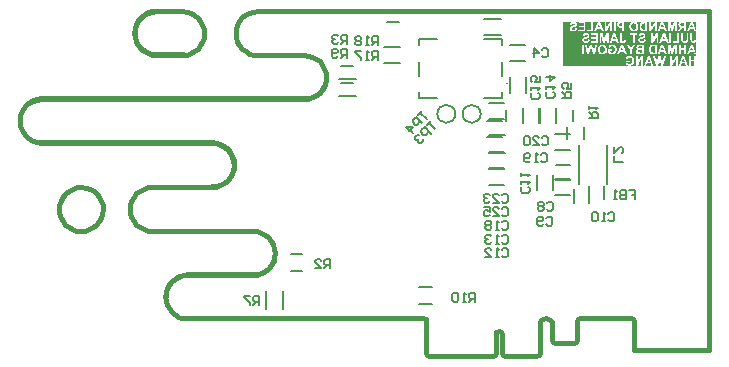
<source format=gbo>
G04*
G04 #@! TF.GenerationSoftware,Altium Limited,Altium Designer,24.1.2 (44)*
G04*
G04 Layer_Color=32896*
%FSLAX44Y44*%
%MOMM*%
G71*
G04*
G04 #@! TF.SameCoordinates,BDBBCEB5-9933-478C-A866-C286992FDBA5*
G04*
G04*
G04 #@! TF.FilePolarity,Positive*
G04*
G01*
G75*
%ADD10C,0.2000*%
%ADD12C,0.1524*%
%ADD13C,0.2540*%
%ADD14C,0.1000*%
%ADD17C,0.1520*%
%ADD104C,0.4000*%
G36*
X947202Y762453D02*
X945038D01*
X946137Y765364D01*
X947202Y762453D01*
D02*
G37*
G36*
X950000Y778605D02*
Y769051D01*
Y768903D01*
D01*
D01*
Y759349D01*
D01*
X946964Y767188D01*
X942138D01*
X945287D01*
X942138Y759349D01*
X943849D01*
X944528Y761127D01*
X947678D01*
X948323Y759349D01*
X950000D01*
Y759202D01*
Y749647D01*
Y757486D01*
X948414D01*
Y754405D01*
X945321D01*
Y757486D01*
X943735D01*
Y749647D01*
X950000D01*
Y749500D01*
X897357D01*
Y749511D01*
Y749500D01*
X893505D01*
X893585Y749511D01*
X893698D01*
X893822Y749523D01*
X893958Y749545D01*
X894117Y749568D01*
X894445Y749625D01*
X894808Y749715D01*
X895182Y749840D01*
X895352Y749919D01*
X895533Y750010D01*
X895544Y750021D01*
X895567Y750032D01*
X895624Y750066D01*
X895680Y750112D01*
X895760Y750157D01*
X895839Y750225D01*
X895941Y750304D01*
X896043Y750395D01*
X896269Y750599D01*
X896496Y750859D01*
X896711Y751154D01*
X896904Y751494D01*
Y751505D01*
X896926Y751539D01*
X896949Y751596D01*
X896972Y751664D01*
X897006Y751754D01*
X897051Y751856D01*
X897085Y751981D01*
X897130Y752117D01*
X897176Y752264D01*
X897210Y752434D01*
X897289Y752785D01*
X897334Y753170D01*
X897357Y753590D01*
Y753714D01*
X897346Y753793D01*
Y753907D01*
X897334Y754031D01*
X897312Y754167D01*
X897289Y754326D01*
X897232Y754654D01*
X897142Y755028D01*
X897017Y755402D01*
X896938Y755583D01*
X896847Y755765D01*
X896836Y755776D01*
X896824Y755810D01*
X896790Y755855D01*
X896757Y755923D01*
X896700Y756003D01*
X896632Y756093D01*
X896553Y756195D01*
X896473Y756308D01*
X896371Y756422D01*
X896258Y756546D01*
X896133Y756671D01*
X895997Y756796D01*
X895850Y756909D01*
X895703Y757033D01*
X895352Y757237D01*
X895340D01*
X895318Y757260D01*
X895273Y757271D01*
X895216Y757305D01*
X895137Y757328D01*
X895057Y757362D01*
X894944Y757396D01*
X894831Y757441D01*
X894706Y757475D01*
X894559Y757509D01*
X894400Y757543D01*
X894242Y757577D01*
X893879Y757623D01*
X893471Y757634D01*
X893335D01*
X893233Y757623D01*
X893109Y757611D01*
X892962Y757600D01*
X892803Y757589D01*
X892633Y757554D01*
X892271Y757486D01*
X891897Y757373D01*
X891704Y757305D01*
X891523Y757226D01*
X891353Y757135D01*
X891194Y757022D01*
X891183Y757011D01*
X891160Y756999D01*
X891115Y756954D01*
X891058Y756909D01*
X890990Y756852D01*
X890922Y756773D01*
X890843Y756682D01*
X890752Y756580D01*
X890662Y756467D01*
X890571Y756342D01*
X890481Y756206D01*
X890401Y756048D01*
X890311Y755889D01*
X890243Y755719D01*
X890175Y755527D01*
X890129Y755334D01*
X891704Y755040D01*
Y755051D01*
X891715Y755062D01*
X891738Y755130D01*
X891783Y755232D01*
X891851Y755368D01*
X891931Y755515D01*
X892044Y755663D01*
X892180Y755810D01*
X892338Y755946D01*
X892361Y755957D01*
X892418Y756003D01*
X892520Y756059D01*
X892644Y756116D01*
X892814Y756184D01*
X893007Y756229D01*
X893222Y756274D01*
X893471Y756286D01*
X893573D01*
X893641Y756274D01*
X893732Y756263D01*
X893834Y756252D01*
X893947Y756229D01*
X894072Y756206D01*
X894332Y756127D01*
X894468Y756070D01*
X894604Y756003D01*
X894740Y755923D01*
X894876Y755844D01*
X895001Y755731D01*
X895125Y755617D01*
X895137Y755606D01*
X895148Y755583D01*
X895182Y755549D01*
X895216Y755493D01*
X895261Y755425D01*
X895318Y755346D01*
X895375Y755244D01*
X895420Y755130D01*
X895476Y754994D01*
X895533Y754847D01*
X895590Y754688D01*
X895635Y754519D01*
X895669Y754326D01*
X895703Y754111D01*
X895714Y753895D01*
X895726Y753658D01*
Y753646D01*
Y753601D01*
Y753522D01*
X895714Y753431D01*
X895703Y753306D01*
X895692Y753182D01*
X895669Y753023D01*
X895646Y752865D01*
X895578Y752525D01*
X895465Y752173D01*
X895397Y752004D01*
X895318Y751845D01*
X895216Y751686D01*
X895114Y751550D01*
X895103Y751539D01*
X895080Y751516D01*
X895046Y751482D01*
X895001Y751437D01*
X894933Y751392D01*
X894865Y751324D01*
X894774Y751267D01*
X894672Y751199D01*
X894559Y751131D01*
X894445Y751075D01*
X894162Y750961D01*
X894004Y750916D01*
X893845Y750882D01*
X893664Y750859D01*
X893483Y750848D01*
X893392D01*
X893301Y750859D01*
X893165Y750871D01*
X893018Y750893D01*
X892848Y750927D01*
X892667Y750973D01*
X892486Y751041D01*
X892474D01*
X892463Y751052D01*
X892406Y751075D01*
X892305Y751120D01*
X892191Y751177D01*
X892055Y751245D01*
X891908Y751324D01*
X891761Y751414D01*
X891625Y751516D01*
Y752525D01*
X893437D01*
Y753850D01*
X890027D01*
Y750701D01*
X890050Y750678D01*
X890084Y750656D01*
X890118Y750621D01*
X890175Y750576D01*
X890231Y750531D01*
X890390Y750418D01*
X890605Y750293D01*
X890854Y750146D01*
X891138Y749998D01*
X891478Y749863D01*
X891489D01*
X891523Y749851D01*
X891568Y749828D01*
X891636Y749806D01*
X891727Y749783D01*
X891829Y749749D01*
X891942Y749715D01*
X892067Y749681D01*
X892350Y749613D01*
X892678Y749557D01*
X893018Y749511D01*
X893381Y749500D01*
X890027D01*
D01*
X837000D01*
Y759202D01*
Y768903D01*
Y778605D01*
Y786739D01*
X950000D01*
Y778605D01*
D02*
G37*
G36*
X948414Y749647D02*
X945321D01*
Y753080D01*
X948414D01*
Y749647D01*
D02*
G37*
%LPC*%
G36*
X908436Y786591D02*
X905310D01*
X905219Y786580D01*
X905004Y786569D01*
X904766Y786557D01*
X904517Y786523D01*
X904279Y786489D01*
X904063Y786433D01*
X904052D01*
X904029Y786422D01*
X903995Y786410D01*
X903950Y786399D01*
X903814Y786342D01*
X903655Y786263D01*
X903474Y786161D01*
X903270Y786036D01*
X903078Y785889D01*
X902885Y785708D01*
X902874D01*
X902862Y785685D01*
X902806Y785617D01*
X902715Y785504D01*
X902613Y785357D01*
X902489Y785175D01*
X902364Y784960D01*
X902240Y784711D01*
X902138Y784439D01*
Y784428D01*
X902126Y784405D01*
X902115Y784360D01*
X902092Y784303D01*
X902081Y784235D01*
X902058Y784145D01*
X902036Y784043D01*
X902002Y783929D01*
X901979Y783805D01*
X901956Y783657D01*
X901934Y783510D01*
X901922Y783340D01*
X901888Y782989D01*
X901877Y782592D01*
Y782615D01*
Y782592D01*
Y782434D01*
X901888Y782343D01*
Y782253D01*
X901900Y782139D01*
X901911Y782015D01*
X901934Y781754D01*
X901979Y781482D01*
X902047Y781199D01*
X902126Y780927D01*
Y780916D01*
X902138Y780893D01*
X902160Y780848D01*
X902183Y780780D01*
X902206Y780712D01*
X902251Y780633D01*
X902341Y780429D01*
X902455Y780213D01*
X902602Y779976D01*
X902772Y779749D01*
X902964Y779534D01*
X902987Y779511D01*
X903044Y779466D01*
X903134Y779398D01*
X903259Y779307D01*
X903418Y779205D01*
X903599Y779103D01*
X903825Y779001D01*
X904075Y778911D01*
X904086D01*
X904097Y778899D01*
X904131D01*
X904165Y778888D01*
X904290Y778865D01*
X904448Y778831D01*
X904641Y778798D01*
X904879Y778775D01*
X905162Y778764D01*
X905468Y778752D01*
X908436D01*
Y786591D01*
D02*
G37*
G36*
X916343D02*
X914814D01*
X911574Y781312D01*
Y786591D01*
X910113D01*
Y778752D01*
X916343D01*
Y786591D01*
D02*
G37*
G36*
X878608D02*
X877079Y786591D01*
X873839Y781312D01*
Y786591D01*
X872378D01*
Y778752D01*
X878608Y778752D01*
Y786591D01*
D02*
G37*
G36*
X933404D02*
X931036D01*
X929632Y781233D01*
X928238Y786591D01*
X925859D01*
Y778752D01*
X933404D01*
Y786591D01*
D02*
G37*
G36*
X856099Y786591D02*
X850287D01*
Y785266D01*
X854513D01*
Y783533D01*
X850582D01*
Y782207D01*
X854513D01*
Y780078D01*
X850140D01*
D01*
Y778752D01*
X856099D01*
Y786591D01*
D02*
G37*
G36*
X897074Y786739D02*
X896994D01*
X896904Y786727D01*
X896790D01*
X896643Y786705D01*
X896473Y786682D01*
X896281Y786648D01*
X896077Y786603D01*
X895862Y786546D01*
X895635Y786478D01*
X895408Y786387D01*
X895171Y786285D01*
X894944Y786161D01*
X894717Y786014D01*
X894502Y785844D01*
X894298Y785651D01*
X894287Y785640D01*
X894253Y785606D01*
X894196Y785538D01*
X894140Y785459D01*
X894060Y785345D01*
X893970Y785209D01*
X893879Y785051D01*
X893777Y784870D01*
X893675Y784677D01*
X893585Y784450D01*
X893494Y784201D01*
X893415Y783941D01*
X893347Y783646D01*
X893301Y783340D01*
X893267Y783012D01*
X893256Y782661D01*
Y782581D01*
X893267Y782479D01*
Y782343D01*
X893290Y782185D01*
X893313Y782003D01*
X893347Y781788D01*
X893381Y781573D01*
X893437Y781335D01*
X893505Y781086D01*
X893596Y780837D01*
X893698Y780587D01*
X893811Y780350D01*
X893958Y780112D01*
X894117Y779885D01*
X894298Y779670D01*
X894310Y779658D01*
X894344Y779624D01*
X894400Y779568D01*
X894491Y779500D01*
X894593Y779420D01*
X894717Y779330D01*
X894865Y779239D01*
X895023Y779137D01*
X895216Y779035D01*
X895420Y778945D01*
X895646Y778854D01*
X895896Y778775D01*
X896156Y778707D01*
X896439Y778650D01*
X896734Y778616D01*
X897051Y778605D01*
X897130D01*
X897221Y778616D01*
X897334Y778628D01*
X897482Y778639D01*
X897652Y778661D01*
X897844Y778696D01*
X898048Y778741D01*
X898275Y778798D01*
X898490Y778865D01*
X898728Y778956D01*
X898954Y779058D01*
X899192Y779171D01*
X899407Y779319D01*
X899623Y779477D01*
X899827Y779670D01*
X899838Y779681D01*
X899872Y779715D01*
X899917Y779783D01*
X899985Y779862D01*
X900064Y779976D01*
X900155Y780112D01*
X900246Y780259D01*
X900336Y780440D01*
X900438Y780633D01*
X900529Y780859D01*
X900620Y781097D01*
X900699Y781358D01*
X900767Y781641D01*
X900812Y781947D01*
X900846Y782275D01*
X900857Y782615D01*
Y779681D01*
Y782751D01*
Y782728D01*
X900846Y782819D01*
Y782921D01*
X900835Y783034D01*
X900823Y783170D01*
X900812Y783317D01*
X900767Y783635D01*
X900710Y783975D01*
X900620Y784314D01*
X900506Y784632D01*
Y784643D01*
X900495Y784654D01*
X900472Y784688D01*
X900461Y784734D01*
X900393Y784847D01*
X900314Y784994D01*
X900212Y785164D01*
X900087Y785334D01*
X899940Y785527D01*
X899781Y785708D01*
X899770Y785719D01*
X899759Y785731D01*
X899702Y785787D01*
X899600Y785878D01*
X899475Y785980D01*
X899328Y786093D01*
X899158Y786218D01*
X898966Y786331D01*
X898762Y786422D01*
X898750D01*
X898728Y786433D01*
X898682Y786456D01*
X898626Y786467D01*
X898558Y786501D01*
X898478Y786523D01*
X898376Y786546D01*
X898275Y786580D01*
X898025Y786637D01*
X897742Y786693D01*
X897414Y786727D01*
X897074Y786739D01*
D02*
G37*
G36*
X946964Y786591D02*
X942138D01*
X945287D01*
X942138Y778752D01*
X943849D01*
X944528Y780531D01*
X947678D01*
X948323Y778752D01*
X950000D01*
X946964Y786591D01*
D02*
G37*
G36*
X941289D02*
X937754D01*
X937652Y786580D01*
X937527D01*
X937403Y786569D01*
X937256D01*
X936961Y786535D01*
X936655Y786501D01*
X936372Y786444D01*
X936247Y786410D01*
X936134Y786376D01*
X936123D01*
X936111Y786365D01*
X936043Y786331D01*
X935941Y786274D01*
X935806Y786206D01*
X935658Y786093D01*
X935511Y785968D01*
X935364Y785810D01*
X935228Y785617D01*
Y785606D01*
X935216Y785594D01*
X935194Y785561D01*
X935171Y785527D01*
X935115Y785413D01*
X935046Y785266D01*
X934990Y785085D01*
X934933Y784881D01*
X934888Y784643D01*
X934877Y784394D01*
Y784382D01*
Y784360D01*
Y784303D01*
X934888Y784246D01*
Y784167D01*
X934899Y784088D01*
X934945Y783884D01*
X935001Y783646D01*
X935092Y783408D01*
X935228Y783159D01*
X935307Y783046D01*
X935398Y782932D01*
X935409Y782921D01*
X935420Y782910D01*
X935454Y782876D01*
X935500Y782842D01*
X935545Y782796D01*
X935613Y782740D01*
X935692Y782683D01*
X935783Y782626D01*
X935885Y782559D01*
X936009Y782502D01*
X936134Y782445D01*
X936270Y782389D01*
X936429Y782332D01*
X936587Y782287D01*
X936757Y782241D01*
X936950Y782207D01*
X936938D01*
X936927Y782196D01*
X936859Y782151D01*
X936768Y782094D01*
X936655Y782015D01*
X936519Y781913D01*
X936383Y781811D01*
X936236Y781686D01*
X936111Y781550D01*
X936100Y781539D01*
X936043Y781482D01*
X935975Y781392D01*
X935873Y781256D01*
X935738Y781086D01*
X935670Y780973D01*
X935590Y780859D01*
X935500Y780735D01*
X935409Y780599D01*
X935307Y780440D01*
X935205Y780282D01*
X934242Y778752D01*
X936145D01*
X937278Y780451D01*
X937290Y780463D01*
X937301Y780497D01*
X937335Y780542D01*
X937380Y780599D01*
X937426Y780667D01*
X937482Y780757D01*
X937607Y780938D01*
X937754Y781143D01*
X937890Y781324D01*
X938015Y781494D01*
X938071Y781550D01*
X938117Y781607D01*
X938128Y781618D01*
X938150Y781641D01*
X938196Y781686D01*
X938252Y781743D01*
X938332Y781788D01*
X938411Y781845D01*
X938502Y781890D01*
X938592Y781935D01*
X938604D01*
X938638Y781947D01*
X938694Y781969D01*
X938785Y781981D01*
X938898Y782003D01*
X939034Y782015D01*
X939193Y782026D01*
X939703D01*
Y778752D01*
X938086D01*
X941289D01*
Y786591D01*
D02*
G37*
G36*
X922019D02*
X920342D01*
X917193Y778752D01*
D01*
X922306D01*
X918904D01*
X919583Y780531D01*
X922732D01*
X923378Y778752D01*
X925055D01*
X922019Y786591D01*
D02*
G37*
G36*
X888963D02*
X886074D01*
X885949Y786580D01*
X885655D01*
X885338Y786557D01*
X885020Y786535D01*
X884884Y786523D01*
X884748Y786512D01*
X884635Y786489D01*
X884545Y786467D01*
X884533D01*
X884510Y786456D01*
X884476Y786444D01*
X884431Y786433D01*
X884307Y786376D01*
X884148Y786308D01*
X883978Y786206D01*
X883785Y786070D01*
X883604Y785900D01*
X883423Y785696D01*
Y785685D01*
X883400Y785674D01*
X883378Y785640D01*
X883355Y785594D01*
X883310Y785527D01*
X883276Y785459D01*
X883230Y785379D01*
X883185Y785289D01*
X883106Y785062D01*
X883027Y784813D01*
X882981Y784507D01*
X882959Y784178D01*
Y784054D01*
X882970Y783997D01*
Y783918D01*
X882992Y783759D01*
X883027Y783567D01*
X883072Y783352D01*
X883140Y783148D01*
X883230Y782955D01*
X883242Y782932D01*
X883276Y782876D01*
X883332Y782785D01*
X883412Y782672D01*
X883502Y782559D01*
X883627Y782423D01*
X883752Y782298D01*
X883899Y782185D01*
X883921Y782173D01*
X883967Y782139D01*
X884046Y782094D01*
X884148Y782037D01*
X884273Y781969D01*
X884409Y781913D01*
X884556Y781856D01*
X884714Y781811D01*
X884737D01*
X884771Y781799D01*
X884816D01*
X884873Y781788D01*
X884952Y781777D01*
X885032Y781766D01*
X885134D01*
X885236Y781754D01*
X885360Y781743D01*
X885496Y781731D01*
X885643Y781720D01*
X885802D01*
X885972Y781709D01*
X887377D01*
Y778752D01*
X882959D01*
X888963D01*
Y786591D01*
D02*
G37*
G36*
X881712D02*
X880126D01*
Y778752D01*
X881712D01*
Y786591D01*
D02*
G37*
G36*
X868469Y786591D02*
X866793D01*
X863644Y778752D01*
D01*
X871506D01*
D01*
X868469Y786591D01*
D02*
G37*
G36*
X862760Y786535D02*
X861174D01*
Y780078D01*
X857232D01*
Y778752D01*
X862760D01*
Y786535D01*
D02*
G37*
G36*
X846062Y786739D02*
X845926D01*
X845824Y786727D01*
X845699Y786716D01*
X845552Y786705D01*
X845405Y786682D01*
X845235Y786659D01*
X844873Y786580D01*
X844691Y786523D01*
X844510Y786467D01*
X844329Y786387D01*
X844159Y786297D01*
X844000Y786195D01*
X843853Y786082D01*
X843842Y786070D01*
X843819Y786048D01*
X843785Y786014D01*
X843740Y785968D01*
X843683Y785900D01*
X843615Y785821D01*
X843547Y785730D01*
X843468Y785629D01*
X843400Y785504D01*
X843332Y785379D01*
X843264Y785232D01*
X843207Y785073D01*
X843150Y784915D01*
X843105Y784734D01*
X843071Y784552D01*
X843060Y784348D01*
X844646Y784292D01*
Y784303D01*
Y784314D01*
X844669Y784394D01*
X844691Y784496D01*
X844736Y784620D01*
X844793Y784768D01*
X844873Y784903D01*
X844974Y785039D01*
X845088Y785153D01*
X845099Y785164D01*
X845144Y785198D01*
X845224Y785243D01*
X845337Y785289D01*
X845473Y785334D01*
X845643Y785379D01*
X845847Y785413D01*
X846085Y785425D01*
X846198D01*
X846322Y785413D01*
X846470Y785391D01*
X846640Y785357D01*
X846821Y785300D01*
X846991Y785232D01*
X847150Y785130D01*
X847161Y785119D01*
X847183Y785096D01*
X847229Y785062D01*
X847274Y785005D01*
X847319Y784937D01*
X847365Y784847D01*
X847387Y784756D01*
X847399Y784643D01*
Y784632D01*
Y784598D01*
X847387Y784541D01*
X847365Y784484D01*
X847342Y784405D01*
X847308Y784326D01*
X847251Y784246D01*
X847172Y784167D01*
X847161Y784156D01*
X847104Y784122D01*
X847070Y784099D01*
X847013Y784077D01*
X846957Y784043D01*
X846878Y784008D01*
X846787Y783975D01*
X846685Y783929D01*
X846560Y783884D01*
X846436Y783839D01*
X846277Y783793D01*
X846107Y783748D01*
X845926Y783703D01*
X845722Y783646D01*
X845711D01*
X845665Y783635D01*
X845609Y783623D01*
X845529Y783601D01*
X845439Y783578D01*
X845326Y783544D01*
X845201Y783510D01*
X845076Y783476D01*
X844805Y783385D01*
X844521Y783295D01*
X844249Y783193D01*
X844136Y783136D01*
X844023Y783080D01*
X844012D01*
X844000Y783068D01*
X843932Y783023D01*
X843830Y782955D01*
X843706Y782864D01*
X843570Y782751D01*
X843422Y782615D01*
X843275Y782457D01*
X843150Y782275D01*
X843139Y782253D01*
X843105Y782185D01*
X843049Y782083D01*
X842992Y781935D01*
X842935Y781754D01*
X842879Y781539D01*
X842845Y781301D01*
X842833Y781029D01*
Y778639D01*
Y780916D01*
X842845Y780859D01*
X842856Y780780D01*
X842879Y780621D01*
X842924Y780417D01*
X842992Y780202D01*
X843094Y779987D01*
X843219Y779760D01*
Y779749D01*
X843241Y779738D01*
X843287Y779670D01*
X843377Y779557D01*
X843490Y779432D01*
X843638Y779285D01*
X843830Y779149D01*
X844034Y779013D01*
X844283Y778888D01*
X844295D01*
X844317Y778877D01*
X844351Y778865D01*
X844408Y778843D01*
X844476Y778820D01*
X844555Y778798D01*
X844646Y778775D01*
X844748Y778752D01*
X844873Y778718D01*
X844997Y778696D01*
X845292Y778650D01*
X845620Y778616D01*
X845982Y778605D01*
X846130D01*
X846232Y778616D01*
X846357Y778627D01*
X846492Y778639D01*
X846651Y778661D01*
X846821Y778696D01*
X847195Y778775D01*
X847387Y778831D01*
X847569Y778888D01*
X847761Y778967D01*
X847942Y779058D01*
X848112Y779160D01*
X848271Y779285D01*
X848282Y779296D01*
X848305Y779319D01*
X848350Y779352D01*
X848396Y779409D01*
X848464Y779489D01*
X848531Y779579D01*
X848611Y779681D01*
X848690Y779794D01*
X848769Y779930D01*
X848849Y780078D01*
X848928Y780247D01*
X849007Y780429D01*
X849064Y780621D01*
X849132Y780837D01*
X849177Y781063D01*
X849211Y781301D01*
X847671Y781448D01*
Y781437D01*
X847659Y781414D01*
Y781369D01*
X847648Y781324D01*
X847603Y781188D01*
X847546Y781018D01*
X847478Y780825D01*
X847376Y780633D01*
X847263Y780463D01*
X847115Y780304D01*
X847093Y780293D01*
X847036Y780247D01*
X846946Y780191D01*
X846810Y780123D01*
X846640Y780055D01*
X846447Y779998D01*
X846220Y779953D01*
X845960Y779942D01*
X845835D01*
X845699Y779964D01*
X845529Y779987D01*
X845348Y780021D01*
X845156Y780078D01*
X844974Y780157D01*
X844816Y780259D01*
X844793Y780270D01*
X844748Y780315D01*
X844691Y780383D01*
X844612Y780474D01*
X844544Y780587D01*
X844476Y780723D01*
X844431Y780859D01*
X844419Y781018D01*
Y781029D01*
Y781063D01*
X844431Y781120D01*
X844442Y781188D01*
X844465Y781256D01*
X844487Y781335D01*
X844533Y781414D01*
X844589Y781494D01*
X844601Y781505D01*
X844623Y781528D01*
X844657Y781562D01*
X844714Y781607D01*
X844793Y781664D01*
X844895Y781720D01*
X845008Y781777D01*
X845156Y781833D01*
X845167D01*
X845212Y781856D01*
X845292Y781879D01*
X845348Y781901D01*
X845416Y781913D01*
X845496Y781935D01*
X845586Y781969D01*
X845688Y781992D01*
X845801Y782026D01*
X845937Y782060D01*
X846085Y782094D01*
X846243Y782139D01*
X846424Y782185D01*
X846436D01*
X846481Y782196D01*
X846549Y782219D01*
X846628Y782241D01*
X846730Y782275D01*
X846855Y782309D01*
X846980Y782355D01*
X847127Y782400D01*
X847421Y782513D01*
X847705Y782649D01*
X847852Y782717D01*
X847976Y782796D01*
X848101Y782876D01*
X848203Y782955D01*
X848214Y782966D01*
X848237Y782989D01*
X848271Y783023D01*
X848316Y783068D01*
X848373Y783136D01*
X848430Y783215D01*
X848497Y783295D01*
X848554Y783397D01*
X848690Y783635D01*
X848803Y783907D01*
X848849Y784054D01*
X848883Y784201D01*
X848905Y784371D01*
X848917Y784541D01*
Y784552D01*
Y784564D01*
Y784598D01*
Y784643D01*
X848894Y784756D01*
X848871Y784903D01*
X848837Y785073D01*
X848781Y785266D01*
X848701Y785470D01*
X848588Y785663D01*
Y785674D01*
X848577Y785685D01*
X848520Y785753D01*
X848452Y785844D01*
X848339Y785957D01*
X848203Y786082D01*
X848033Y786218D01*
X847840Y786342D01*
X847614Y786456D01*
X847603D01*
X847580Y786467D01*
X847546Y786478D01*
X847501Y786501D01*
X847433Y786523D01*
X847365Y786546D01*
X847274Y786569D01*
X847172Y786603D01*
X846946Y786648D01*
X846685Y786693D01*
X846391Y786727D01*
X846062Y786739D01*
D02*
G37*
G36*
X917737Y776890D02*
X916207D01*
X912968Y771611D01*
Y776890D01*
X911506D01*
Y769051D01*
X917737D01*
Y776890D01*
D02*
G37*
G36*
X875754Y776890D02*
X873386D01*
X871981Y771531D01*
X870588Y776890D01*
X868209D01*
Y769051D01*
X874056D01*
X872752D01*
X874292Y775213D01*
Y769051D01*
X875754D01*
Y776890D01*
D02*
G37*
G36*
X943316Y776890D02*
X941730D01*
Y772630D01*
Y772619D01*
Y772585D01*
Y772540D01*
Y772472D01*
Y772381D01*
Y772290D01*
X941719Y772086D01*
Y771860D01*
X941708Y771645D01*
X941696Y771543D01*
Y771452D01*
X941685Y771384D01*
X941674Y771316D01*
Y771294D01*
X941651Y771237D01*
X941617Y771146D01*
X941572Y771033D01*
X941515Y770908D01*
X941424Y770784D01*
X941322Y770648D01*
X941198Y770535D01*
X941175Y770523D01*
X941130Y770489D01*
X941039Y770444D01*
X940926Y770399D01*
X940767Y770342D01*
X940586Y770297D01*
X940382Y770263D01*
X940144Y770251D01*
X940031D01*
X939918Y770263D01*
X939771Y770285D01*
X939601Y770319D01*
X939442Y770365D01*
X939272Y770433D01*
X939136Y770523D01*
X939125Y770535D01*
X939079Y770568D01*
X939023Y770625D01*
X938955Y770704D01*
X938887Y770806D01*
X938819Y770920D01*
X938762Y771044D01*
X938728Y771192D01*
Y771214D01*
X938717Y771271D01*
X938706Y771373D01*
X938683Y771509D01*
Y771599D01*
X938672Y771701D01*
Y771815D01*
X938660Y771928D01*
Y772064D01*
X938649Y772211D01*
Y772370D01*
Y772540D01*
Y776890D01*
X937063D01*
Y772415D01*
X937074Y772279D01*
Y772132D01*
Y771985D01*
X937097Y771656D01*
X937120Y771316D01*
X937131Y771169D01*
X937154Y771022D01*
X937176Y770886D01*
X937199Y770761D01*
Y770750D01*
X937210Y770739D01*
Y770704D01*
X937222Y770670D01*
X937256Y770557D01*
X937301Y770421D01*
X937369Y770263D01*
X937448Y770104D01*
X937550Y769934D01*
X937675Y769775D01*
X937686Y769753D01*
X937731Y769708D01*
X937811Y769640D01*
X937913Y769549D01*
X938048Y769447D01*
X938207Y769345D01*
X938388Y769232D01*
X938592Y769141D01*
X938604D01*
X938615Y769130D01*
X938649Y769118D01*
X938694Y769107D01*
X938751Y769084D01*
X938819Y769062D01*
X938910Y769039D01*
X939000Y769028D01*
X939215Y768983D01*
X939476Y768937D01*
X939771Y768915D01*
X940099Y768903D01*
X940280D01*
X940382Y768915D01*
X940484D01*
X940609Y768926D01*
X940733Y768937D01*
X941005Y768960D01*
X941289Y769005D01*
X941572Y769073D01*
X941696Y769107D01*
X941810Y769153D01*
X941821D01*
X941832Y769164D01*
X941900Y769198D01*
X942013Y769254D01*
X942138Y769334D01*
X942285Y769436D01*
X942444Y769549D01*
X942591Y769685D01*
X942727Y769832D01*
X942738Y769855D01*
X942784Y769900D01*
X942840Y769991D01*
X942908Y770104D01*
X942976Y770229D01*
X943056Y770376D01*
X943112Y770535D01*
X943169Y770704D01*
Y770716D01*
X943180Y770739D01*
Y770772D01*
X943192Y770829D01*
X943203Y770897D01*
X943214Y770988D01*
X943226Y771090D01*
X943237Y771203D01*
X943260Y771339D01*
X943271Y771486D01*
X943282Y771645D01*
X943294Y771826D01*
X943305Y772019D01*
Y772234D01*
X943316Y772460D01*
Y768903D01*
Y776890D01*
D02*
G37*
G36*
X900030D02*
X893811D01*
Y775564D01*
X896122D01*
Y769051D01*
X893811D01*
X897708D01*
Y775564D01*
X900030D01*
Y769311D01*
Y776890D01*
D02*
G37*
G36*
X935352Y776833D02*
X929824D01*
X933766D01*
Y770376D01*
X929824D01*
Y769051D01*
X935352D01*
Y776833D01*
D02*
G37*
G36*
X928748Y776890D02*
X927162D01*
Y769051D01*
X928748D01*
Y776890D01*
D02*
G37*
G36*
X923412D02*
X918586D01*
X921736D01*
X918586Y769051D01*
X920297D01*
X920977Y770829D01*
X924126D01*
X924772Y769051D01*
X926448D01*
X923412Y776890D01*
D02*
G37*
G36*
X881406D02*
X879730D01*
X876581Y769051D01*
D01*
X884443Y769051D01*
D01*
X881406Y776890D01*
D02*
G37*
G36*
X866600Y776890D02*
X860789D01*
Y775564D01*
X865014D01*
Y773831D01*
X861083D01*
Y772506D01*
X865014D01*
Y770376D01*
X860642D01*
Y769051D01*
X866600D01*
Y776890D01*
D02*
G37*
G36*
X946568Y776890D02*
X944982D01*
Y771679D01*
X944993Y771577D01*
X945004Y771361D01*
X945027Y771124D01*
X945061Y770874D01*
X945106Y770625D01*
X945163Y770410D01*
Y770399D01*
X945174Y770376D01*
X945185Y770342D01*
X945208Y770297D01*
X945265Y770172D01*
X945355Y770013D01*
X945469Y769844D01*
X945616Y769662D01*
X945786Y769481D01*
X946001Y769311D01*
X946012D01*
X946024Y769288D01*
X946058Y769277D01*
X946114Y769243D01*
X946171Y769221D01*
X946239Y769186D01*
X946330Y769141D01*
X946420Y769107D01*
X946534Y769073D01*
X946647Y769028D01*
X946919Y768971D01*
X947236Y768926D01*
X947587Y768903D01*
X947700D01*
X947780Y768915D01*
X947882Y768926D01*
X947983Y768937D01*
X948108Y768960D01*
X948244Y768983D01*
X948539Y769062D01*
X948686Y769118D01*
X948833Y769175D01*
X948980Y769254D01*
X949116Y769334D01*
X949252Y769436D01*
X949377Y769549D01*
X949388Y769560D01*
X949400Y769583D01*
X949434Y769617D01*
X949479Y769674D01*
X949524Y769742D01*
X949569Y769821D01*
X949626Y769923D01*
X949683Y770025D01*
X949751Y770161D01*
X949807Y770297D01*
X949853Y770455D01*
X949898Y770625D01*
X949943Y770806D01*
X949977Y771010D01*
X949989Y771226D01*
X950000Y771452D01*
X948493Y771622D01*
Y771611D01*
Y771588D01*
Y771554D01*
X948482Y771509D01*
Y771395D01*
X948459Y771248D01*
X948437Y771090D01*
X948403Y770931D01*
X948357Y770795D01*
X948301Y770670D01*
X948289Y770648D01*
X948255Y770602D01*
X948199Y770535D01*
X948108Y770467D01*
X948006Y770387D01*
X947870Y770319D01*
X947712Y770274D01*
X947530Y770251D01*
X947440D01*
X947349Y770263D01*
X947247Y770285D01*
X947123Y770319D01*
X946998Y770376D01*
X946885Y770444D01*
X946794Y770546D01*
X946783Y770557D01*
X946760Y770614D01*
X946726Y770693D01*
X946681Y770818D01*
X946658Y770897D01*
X946636Y770988D01*
X946624Y771090D01*
X946601Y771203D01*
X946590Y771339D01*
X946579Y771475D01*
X946568Y771633D01*
Y771803D01*
Y776890D01*
D02*
G37*
G36*
X907201Y777037D02*
X900823D01*
X903916D01*
X903814Y777026D01*
X903689Y777014D01*
X903542Y777003D01*
X903395Y776980D01*
X903225Y776958D01*
X902862Y776879D01*
X902681Y776822D01*
X902500Y776765D01*
X902319Y776686D01*
X902149Y776595D01*
X901990Y776493D01*
X901843Y776380D01*
X901832Y776369D01*
X901809Y776346D01*
X901775Y776312D01*
X901730Y776267D01*
X901673Y776199D01*
X901605Y776120D01*
X901537Y776029D01*
X901458Y775927D01*
X901390Y775802D01*
X901322Y775678D01*
X901254Y775530D01*
X901197Y775372D01*
X901141Y775213D01*
X901095Y775032D01*
X901061Y774851D01*
X901050Y774647D01*
X902636Y774590D01*
Y774601D01*
Y774613D01*
X902659Y774692D01*
X902681Y774794D01*
X902727Y774919D01*
X902783Y775066D01*
X902862Y775202D01*
X902964Y775338D01*
X903078Y775451D01*
X903089Y775462D01*
X903134Y775496D01*
X903214Y775542D01*
X903327Y775587D01*
X903463Y775632D01*
X903633Y775678D01*
X903837Y775712D01*
X904075Y775723D01*
X904188D01*
X904313Y775712D01*
X904460Y775689D01*
X904630Y775655D01*
X904811Y775598D01*
X904981Y775530D01*
X905139Y775428D01*
X905151Y775417D01*
X905173Y775394D01*
X905219Y775360D01*
X905264Y775304D01*
X905310Y775236D01*
X905355Y775145D01*
X905377Y775055D01*
X905389Y774941D01*
Y774930D01*
Y774896D01*
X905377Y774839D01*
X905355Y774783D01*
X905332Y774703D01*
X905298Y774624D01*
X905241Y774545D01*
X905162Y774465D01*
X905151Y774454D01*
X905094Y774420D01*
X905060Y774398D01*
X905004Y774375D01*
X904947Y774341D01*
X904868Y774307D01*
X904777Y774273D01*
X904675Y774228D01*
X904550Y774182D01*
X904426Y774137D01*
X904267Y774092D01*
X904097Y774046D01*
X903916Y774001D01*
X903712Y773944D01*
X903701D01*
X903655Y773933D01*
X903599Y773922D01*
X903520Y773899D01*
X903429Y773876D01*
X903316Y773842D01*
X903191Y773809D01*
X903066Y773774D01*
X902795Y773684D01*
X902511Y773593D01*
X902240Y773491D01*
X902126Y773435D01*
X902013Y773378D01*
X902002D01*
X901990Y773367D01*
X901922Y773321D01*
X901820Y773253D01*
X901696Y773163D01*
X901560Y773049D01*
X901413Y772914D01*
X901265Y772755D01*
X901141Y772574D01*
X901129Y772551D01*
X901095Y772483D01*
X901039Y772381D01*
X900982Y772234D01*
X900925Y772053D01*
X900869Y771837D01*
X900835Y771599D01*
X900823Y771328D01*
Y771214D01*
X900835Y771158D01*
X900846Y771078D01*
X900869Y770920D01*
X900914Y770716D01*
X900982Y770501D01*
X901084Y770285D01*
X901209Y770059D01*
Y770047D01*
X901231Y770036D01*
X901277Y769968D01*
X901367Y769855D01*
X901480Y769730D01*
X901628Y769583D01*
X901820Y769447D01*
X902024Y769311D01*
X902273Y769186D01*
X902285D01*
X902307Y769175D01*
X902341Y769164D01*
X902398Y769141D01*
X902466Y769118D01*
X902545Y769096D01*
X902636Y769073D01*
X902738Y769051D01*
X902862Y769016D01*
X902987Y768994D01*
X903282Y768949D01*
X903610Y768915D01*
X903972Y768903D01*
X904120D01*
X904222Y768915D01*
X904347Y768926D01*
X904482Y768937D01*
X904641Y768960D01*
X904811Y768994D01*
X905185Y769073D01*
X905377Y769130D01*
X905559Y769186D01*
X905751Y769266D01*
X905932Y769356D01*
X906103Y769458D01*
X906261Y769583D01*
X906272Y769594D01*
X906295Y769617D01*
X906340Y769651D01*
X906386Y769708D01*
X906454Y769787D01*
X906522Y769877D01*
X906601Y769979D01*
X906680Y770093D01*
X906759Y770229D01*
X906839Y770376D01*
X906918Y770546D01*
X906997Y770727D01*
X907054Y770920D01*
X907122Y771135D01*
X907167Y771361D01*
X907201Y771599D01*
X905661Y771747D01*
Y771735D01*
X905649Y771713D01*
Y771667D01*
X905638Y771622D01*
X905593Y771486D01*
X905536Y771316D01*
X905468Y771124D01*
X905366Y770931D01*
X905253Y770761D01*
X905106Y770602D01*
X905083Y770591D01*
X905026Y770546D01*
X904936Y770489D01*
X904800Y770421D01*
X904630Y770353D01*
X904437Y770297D01*
X904211Y770251D01*
X903950Y770240D01*
X903825D01*
X903689Y770263D01*
X903520Y770285D01*
X903338Y770319D01*
X903146Y770376D01*
X902964Y770455D01*
X902806Y770557D01*
X902783Y770568D01*
X902738Y770614D01*
X902681Y770682D01*
X902602Y770772D01*
X902534Y770886D01*
X902466Y771022D01*
X902421Y771158D01*
X902409Y771316D01*
Y771328D01*
Y771361D01*
X902421Y771418D01*
X902432Y771486D01*
X902455Y771554D01*
X902477Y771633D01*
X902523Y771713D01*
X902579Y771792D01*
X902591Y771803D01*
X902613Y771826D01*
X902647Y771860D01*
X902704Y771905D01*
X902783Y771962D01*
X902885Y772019D01*
X902999Y772075D01*
X903146Y772132D01*
X903157D01*
X903202Y772154D01*
X903282Y772177D01*
X903338Y772200D01*
X903406Y772211D01*
X903486Y772234D01*
X903576Y772268D01*
X903678Y772290D01*
X903792Y772324D01*
X903927Y772358D01*
X904075Y772392D01*
X904233Y772438D01*
X904415Y772483D01*
X904426D01*
X904471Y772494D01*
X904539Y772517D01*
X904618Y772540D01*
X904720Y772574D01*
X904845Y772608D01*
X904970Y772653D01*
X905117Y772698D01*
X905411Y772812D01*
X905695Y772947D01*
X905842Y773016D01*
X905966Y773095D01*
X906091Y773174D01*
X906193Y773253D01*
X906204Y773265D01*
X906227Y773287D01*
X906261Y773321D01*
X906306Y773367D01*
X906363Y773435D01*
X906420Y773514D01*
X906488Y773593D01*
X906544Y773695D01*
X906680Y773933D01*
X906794Y774205D01*
X906839Y774352D01*
X906873Y774500D01*
X906895Y774669D01*
X906907Y774839D01*
Y774851D01*
Y774862D01*
Y774896D01*
Y774941D01*
X906884Y775055D01*
X906861Y775202D01*
X906827Y775372D01*
X906771Y775564D01*
X906692Y775768D01*
X906578Y775961D01*
Y775972D01*
X906567Y775984D01*
X906510Y776051D01*
X906442Y776142D01*
X906329Y776255D01*
X906193Y776380D01*
X906023Y776516D01*
X905831Y776641D01*
X905604Y776754D01*
X905593D01*
X905570Y776765D01*
X905536Y776777D01*
X905491Y776799D01*
X905423Y776822D01*
X905355Y776844D01*
X905264Y776867D01*
X905162Y776901D01*
X904936Y776946D01*
X904675Y776992D01*
X904380Y777026D01*
X904052Y777037D01*
X907201D01*
D02*
G37*
G36*
X886912Y776890D02*
X885326D01*
Y768903D01*
D01*
Y771679D01*
X885338Y771577D01*
X885349Y771361D01*
X885371Y771124D01*
X885406Y770874D01*
X885451Y770625D01*
X885507Y770410D01*
Y770399D01*
X885519Y770376D01*
X885530Y770342D01*
X885553Y770297D01*
X885609Y770172D01*
X885700Y770013D01*
X885813Y769844D01*
X885961Y769662D01*
X886131Y769481D01*
X886346Y769311D01*
X886357D01*
X886368Y769288D01*
X886402Y769277D01*
X886459Y769243D01*
X886516Y769221D01*
X886584Y769186D01*
X886674Y769141D01*
X886765Y769107D01*
X886878Y769073D01*
X886991Y769028D01*
X887263Y768971D01*
X887580Y768926D01*
X887932Y768903D01*
X888045D01*
X888124Y768915D01*
X888226Y768926D01*
X888328Y768937D01*
X888453Y768960D01*
X888589Y768983D01*
X888883Y769062D01*
X889031Y769118D01*
X889178Y769175D01*
X889325Y769254D01*
X889461Y769334D01*
X889597Y769436D01*
X889722Y769549D01*
X889733Y769560D01*
X889744Y769583D01*
X889778Y769617D01*
X889824Y769674D01*
X889869Y769742D01*
X889914Y769821D01*
X889971Y769923D01*
X890027Y770025D01*
X890095Y770161D01*
X890152Y770297D01*
X890197Y770455D01*
X890243Y770625D01*
X890288Y770806D01*
X890322Y771010D01*
X890333Y771226D01*
X890345Y771452D01*
X888838Y771622D01*
Y771611D01*
Y771588D01*
Y771554D01*
X888827Y771509D01*
Y771395D01*
X888804Y771248D01*
X888781Y771090D01*
X888747Y770931D01*
X888702Y770795D01*
X888645Y770670D01*
X888634Y770648D01*
X888600Y770602D01*
X888543Y770535D01*
X888453Y770467D01*
X888351Y770387D01*
X888215Y770319D01*
X888056Y770274D01*
X887875Y770251D01*
X887784D01*
X887694Y770263D01*
X887592Y770285D01*
X887467Y770319D01*
X887343Y770376D01*
X887229Y770444D01*
X887139Y770546D01*
X887127Y770557D01*
X887105Y770614D01*
X887071Y770693D01*
X887025Y770818D01*
X887003Y770897D01*
X886980Y770988D01*
X886969Y771090D01*
X886946Y771203D01*
X886935Y771339D01*
X886924Y771475D01*
X886912Y771633D01*
Y771803D01*
Y776890D01*
D02*
G37*
G36*
X856563Y777037D02*
X856427D01*
X856326Y777026D01*
X856201Y777014D01*
X856054Y777003D01*
X855906Y776980D01*
X855736Y776958D01*
X855374Y776878D01*
X855193Y776822D01*
X855011Y776765D01*
X854830Y776686D01*
X854660Y776595D01*
X854502Y776493D01*
X854354Y776380D01*
X854343Y776369D01*
X854320Y776346D01*
X854286Y776312D01*
X854241Y776267D01*
X854184Y776199D01*
X854116Y776119D01*
X854048Y776029D01*
X853969Y775927D01*
X853901Y775802D01*
X853833Y775678D01*
X853765Y775530D01*
X853709Y775372D01*
X853652Y775213D01*
X853607Y775032D01*
X853573Y774851D01*
X853561Y774647D01*
X855147Y774590D01*
Y774601D01*
Y774613D01*
X855170Y774692D01*
X855193Y774794D01*
X855238Y774919D01*
X855295Y775066D01*
X855374Y775202D01*
X855476Y775338D01*
X855589Y775451D01*
X855600Y775462D01*
X855646Y775496D01*
X855725Y775542D01*
X855838Y775587D01*
X855974Y775632D01*
X856144Y775678D01*
X856348Y775712D01*
X856586Y775723D01*
X856699D01*
X856824Y775712D01*
X856971Y775689D01*
X857141Y775655D01*
X857322Y775598D01*
X857492Y775530D01*
X857651Y775428D01*
X857662Y775417D01*
X857685Y775394D01*
X857730Y775360D01*
X857775Y775304D01*
X857821Y775236D01*
X857866Y775145D01*
X857889Y775055D01*
X857900Y774941D01*
Y774930D01*
Y774896D01*
X857889Y774839D01*
X857866Y774783D01*
X857843Y774703D01*
X857810Y774624D01*
X857753Y774545D01*
X857673Y774465D01*
X857662Y774454D01*
X857606Y774420D01*
X857572Y774398D01*
X857515Y774375D01*
X857458Y774341D01*
X857379Y774307D01*
X857288Y774273D01*
X857186Y774228D01*
X857062Y774182D01*
X856937Y774137D01*
X856779Y774092D01*
X856609Y774046D01*
X856427Y774001D01*
X856224Y773944D01*
X856212D01*
X856167Y773933D01*
X856110Y773922D01*
X856031Y773899D01*
X855940Y773876D01*
X855827Y773842D01*
X855702Y773808D01*
X855578Y773774D01*
X855306Y773684D01*
X855023Y773593D01*
X854751Y773491D01*
X854638Y773435D01*
X854524Y773378D01*
X854513D01*
X854502Y773367D01*
X854434Y773321D01*
X854332Y773253D01*
X854207Y773163D01*
X854071Y773049D01*
X853924Y772914D01*
X853777Y772755D01*
X853652Y772574D01*
X853641Y772551D01*
X853607Y772483D01*
X853550Y772381D01*
X853493Y772234D01*
X853437Y772053D01*
X853380Y771837D01*
X853346Y771599D01*
X853335Y771328D01*
Y771214D01*
X853346Y771158D01*
X853357Y771078D01*
X853380Y770920D01*
X853425Y770716D01*
X853493Y770500D01*
X853595Y770285D01*
X853720Y770059D01*
Y770047D01*
X853743Y770036D01*
X853788Y769968D01*
X853878Y769855D01*
X853992Y769730D01*
X854139Y769583D01*
X854332Y769447D01*
X854536Y769311D01*
X854785Y769186D01*
X854796D01*
X854819Y769175D01*
X854853Y769164D01*
X854909Y769141D01*
X854977Y769118D01*
X855057Y769096D01*
X855147Y769073D01*
X855249Y769051D01*
X855374Y769016D01*
X855499Y768994D01*
X855793Y768949D01*
X856122Y768915D01*
X856484Y768903D01*
X856631D01*
X856733Y768915D01*
X856858Y768926D01*
X856994Y768937D01*
X857152Y768960D01*
X857322Y768994D01*
X857696Y769073D01*
X857889Y769130D01*
X858070Y769186D01*
X858263Y769266D01*
X858444Y769356D01*
X858614Y769458D01*
X858772Y769583D01*
X858784Y769594D01*
X858806Y769617D01*
X858852Y769651D01*
X858897Y769708D01*
X858965Y769787D01*
X859033Y769877D01*
X859112Y769979D01*
X859192Y770093D01*
X859271Y770229D01*
X859350Y770376D01*
X859429Y770546D01*
X859509Y770727D01*
X859565Y770920D01*
X859633Y771135D01*
X859679Y771361D01*
X859713Y771599D01*
X858172Y771747D01*
Y771735D01*
X858161Y771713D01*
Y771667D01*
X858149Y771622D01*
X858104Y771486D01*
X858047Y771316D01*
X857979Y771124D01*
X857878Y770931D01*
X857764Y770761D01*
X857617Y770602D01*
X857594Y770591D01*
X857538Y770546D01*
X857447Y770489D01*
X857311Y770421D01*
X857141Y770353D01*
X856948Y770297D01*
X856722Y770251D01*
X856461Y770240D01*
X856337D01*
X856201Y770263D01*
X856031Y770285D01*
X855850Y770319D01*
X855657Y770376D01*
X855476Y770455D01*
X855317Y770557D01*
X855295Y770568D01*
X855249Y770614D01*
X855193Y770682D01*
X855113Y770772D01*
X855045Y770886D01*
X854977Y771022D01*
X854932Y771158D01*
X854921Y771316D01*
Y771328D01*
Y771361D01*
X854932Y771418D01*
X854943Y771486D01*
X854966Y771554D01*
X854989Y771633D01*
X855034Y771713D01*
X855091Y771792D01*
X855102Y771803D01*
X855125Y771826D01*
X855159Y771860D01*
X855215Y771905D01*
X855295Y771962D01*
X855396Y772019D01*
X855510Y772075D01*
X855657Y772132D01*
X855668D01*
X855714Y772154D01*
X855793Y772177D01*
X855850Y772200D01*
X855918Y772211D01*
X855997Y772234D01*
X856088Y772268D01*
X856189Y772290D01*
X856303Y772324D01*
X856439Y772358D01*
X856586Y772392D01*
X856745Y772438D01*
X856926Y772483D01*
X856937D01*
X856982Y772494D01*
X857050Y772517D01*
X857130Y772540D01*
X857232Y772574D01*
X857356Y772608D01*
X857481Y772653D01*
X857628Y772698D01*
X857923Y772812D01*
X858206Y772947D01*
X858353Y773015D01*
X858478Y773095D01*
X858603Y773174D01*
X858704Y773253D01*
X858716Y773265D01*
X858738Y773287D01*
X858772Y773321D01*
X858818Y773367D01*
X858874Y773435D01*
X858931Y773514D01*
X858999Y773593D01*
X859056Y773695D01*
X859192Y773933D01*
X859305Y774205D01*
X859350Y774352D01*
X859384Y774500D01*
X859407Y774669D01*
X859418Y774839D01*
Y774851D01*
Y774862D01*
Y774896D01*
Y774941D01*
X859396Y775055D01*
X859373Y775202D01*
X859339Y775372D01*
X859282Y775564D01*
X859203Y775768D01*
X859090Y775961D01*
Y775972D01*
X859078Y775984D01*
X859022Y776051D01*
X858954Y776142D01*
X858840Y776255D01*
X858704Y776380D01*
X858534Y776516D01*
X858342Y776640D01*
X858115Y776754D01*
X858104D01*
X858081Y776765D01*
X858047Y776777D01*
X858002Y776799D01*
X857934Y776822D01*
X857866Y776844D01*
X857775Y776867D01*
X857673Y776901D01*
X857447Y776946D01*
X857186Y776992D01*
X856892Y777026D01*
X856563Y777037D01*
D02*
G37*
G36*
X941289Y767188D02*
X939703D01*
Y764107D01*
X936610D01*
Y767188D01*
X938156D01*
X935024D01*
Y759349D01*
X936610D01*
Y762781D01*
X939703D01*
Y759349D01*
X938156D01*
X941289D01*
Y767188D01*
D02*
G37*
G36*
X898297D02*
X896451D01*
X894604Y764084D01*
X892803Y767188D01*
X895582D01*
X890979D01*
X893845Y762634D01*
Y759349D01*
X890979D01*
X887943Y767188D01*
X886266D01*
X883117Y759349D01*
D01*
X895431D01*
Y762645D01*
X898297Y767188D01*
D02*
G37*
G36*
X870293Y767335D02*
X870214D01*
X870124Y767324D01*
X870010D01*
X869863Y767301D01*
X869693Y767279D01*
X869500Y767245D01*
X869296Y767199D01*
X869081Y767143D01*
X868855Y767075D01*
X868628Y766984D01*
X868390Y766882D01*
X868164Y766758D01*
X867937Y766610D01*
X867722Y766441D01*
X867518Y766248D01*
X867507Y766236D01*
X867473Y766203D01*
X867416Y766135D01*
X867359Y766055D01*
X867280Y765942D01*
X867189Y765806D01*
X867099Y765648D01*
X866997Y765466D01*
X866895Y765274D01*
X866804Y765047D01*
X866714Y764798D01*
X866634Y764537D01*
X866566Y764243D01*
X866521Y763937D01*
X866487Y763608D01*
X866476Y763257D01*
Y763269D01*
Y763178D01*
X866487Y763076D01*
Y762940D01*
X866510Y762781D01*
X866532Y762600D01*
X866566Y762385D01*
X866600Y762170D01*
X866657Y761932D01*
X866725Y761683D01*
X866816Y761433D01*
X866917Y761184D01*
X867031Y760946D01*
X867178Y760708D01*
X867337Y760482D01*
X867518Y760266D01*
X867529Y760255D01*
X867563Y760221D01*
X867620Y760164D01*
X867710Y760097D01*
X867812Y760017D01*
X867937Y759927D01*
X868084Y759836D01*
X868243Y759734D01*
X868436Y759632D01*
X868639Y759541D01*
X868866Y759451D01*
X869115Y759371D01*
X869376Y759304D01*
X869659Y759247D01*
X869954Y759213D01*
X870270Y759202D01*
X870350D01*
X870441Y759213D01*
X870554Y759224D01*
X870701Y759236D01*
X870871Y759258D01*
X871064Y759292D01*
X871268Y759337D01*
X871494Y759394D01*
X871709Y759462D01*
X871947Y759553D01*
X872174Y759655D01*
X872412Y759768D01*
X872627Y759915D01*
X872842Y760074D01*
X873046Y760266D01*
X873057Y760278D01*
X873092Y760312D01*
X873137Y760380D01*
X873205Y760459D01*
X873284Y760572D01*
X873375Y760708D01*
X873465Y760856D01*
X873556Y761037D01*
X873658Y761229D01*
X873748Y761456D01*
X873839Y761694D01*
X873919Y761954D01*
X873986Y762238D01*
X874032Y762543D01*
X874066Y762872D01*
X874077Y763212D01*
Y759202D01*
Y763325D01*
X874066Y763416D01*
Y763518D01*
X874054Y763631D01*
X874043Y763767D01*
X874032Y763914D01*
X873986Y764231D01*
X873930Y764571D01*
X873839Y764911D01*
X873726Y765228D01*
Y765240D01*
X873715Y765251D01*
X873692Y765285D01*
X873681Y765330D01*
X873613Y765444D01*
X873533Y765591D01*
X873431Y765761D01*
X873307Y765931D01*
X873159Y766123D01*
X873001Y766304D01*
X872990Y766316D01*
X872978Y766327D01*
X872922Y766384D01*
X872820Y766474D01*
X872695Y766576D01*
X872548Y766690D01*
X872378Y766814D01*
X872185Y766928D01*
X871981Y767018D01*
X871970D01*
X871947Y767029D01*
X871902Y767052D01*
X871845Y767064D01*
X871777Y767097D01*
X871698Y767120D01*
X871596Y767143D01*
X871494Y767177D01*
X871245Y767233D01*
X870962Y767290D01*
X870633Y767324D01*
X870293Y767335D01*
D02*
G37*
G36*
X916343Y767188D02*
X913217D01*
X913126Y767177D01*
X912911Y767166D01*
X912673Y767154D01*
X912424Y767120D01*
X912186Y767086D01*
X911971Y767030D01*
X911959D01*
X911937Y767018D01*
X911903Y767007D01*
X911857Y766996D01*
X911721Y766939D01*
X911563Y766860D01*
X911382Y766758D01*
X911178Y766633D01*
X910985Y766486D01*
X910792Y766304D01*
X910781D01*
X910770Y766282D01*
X910713Y766214D01*
X910622Y766101D01*
X910520Y765953D01*
X910396Y765772D01*
X910271Y765557D01*
X910147Y765308D01*
X910045Y765036D01*
Y765024D01*
X910033Y765002D01*
X910022Y764957D01*
X909999Y764900D01*
X909988Y764832D01*
X909965Y764741D01*
X909943Y764639D01*
X909909Y764526D01*
X909886Y764401D01*
X909864Y764254D01*
X909841Y764107D01*
X909829Y763937D01*
X909796Y763586D01*
X909784Y763189D01*
Y763223D01*
Y763189D01*
Y763031D01*
X909796Y762940D01*
Y762849D01*
X909807Y762736D01*
X909818Y762611D01*
X909841Y762351D01*
X909886Y762079D01*
X909954Y761796D01*
X910033Y761524D01*
Y761513D01*
X910045Y761490D01*
X910067Y761445D01*
X910090Y761377D01*
X910113Y761309D01*
X910158Y761229D01*
X910249Y761025D01*
X910362Y760810D01*
X910509Y760572D01*
X910679Y760346D01*
X910872Y760131D01*
X910894Y760108D01*
X910951Y760063D01*
X911042Y759995D01*
X911166Y759904D01*
X911325Y759802D01*
X911506Y759700D01*
X911733Y759598D01*
X911982Y759508D01*
X911993D01*
X912005Y759496D01*
X912038D01*
X912073Y759485D01*
X912197Y759462D01*
X912356Y759428D01*
X912548Y759394D01*
X912786Y759372D01*
X913069Y759360D01*
X913375Y759349D01*
X916343D01*
Y767188D01*
D02*
G37*
G36*
X933404D02*
X931036D01*
X929632Y761830D01*
X928238Y767188D01*
X925859D01*
Y759349D01*
X933404D01*
Y767188D01*
D02*
G37*
G36*
X866000Y767188D02*
X864380D01*
X863202Y761796D01*
X861774Y767188D01*
X859871D01*
X858512Y761705D01*
X857311Y767188D01*
X855714D01*
X857606Y759349D01*
X855714D01*
D01*
X866000D01*
X864142D01*
X866000Y767188D01*
D02*
G37*
G36*
X878665Y767335D02*
X877948D01*
X878529D01*
X878427Y767324D01*
X878303Y767313D01*
X878155Y767301D01*
X877997Y767290D01*
X877827Y767256D01*
X877464Y767188D01*
X877090Y767075D01*
X876898Y767007D01*
X876717Y766928D01*
X876547Y766837D01*
X876388Y766724D01*
X876377Y766712D01*
X876354Y766701D01*
X876309Y766656D01*
X876252Y766610D01*
X876184Y766554D01*
X876116Y766474D01*
X876037Y766384D01*
X875946Y766282D01*
X875856Y766169D01*
X875765Y766044D01*
X875674Y765908D01*
X875595Y765749D01*
X875504Y765591D01*
X875436Y765421D01*
X875368Y765228D01*
X875323Y765036D01*
X876898Y764741D01*
Y764753D01*
X876909Y764764D01*
X876932Y764832D01*
X876977Y764934D01*
X877045Y765070D01*
X877124Y765217D01*
X877238Y765364D01*
X877374Y765511D01*
X877532Y765648D01*
X877555Y765659D01*
X877611Y765704D01*
X877713Y765761D01*
X877838Y765817D01*
X878008Y765885D01*
X878201Y765931D01*
X878416Y765976D01*
X878665Y765987D01*
X878767D01*
X878835Y765976D01*
X878926Y765965D01*
X879028Y765953D01*
X879141Y765931D01*
X879266Y765908D01*
X879526Y765829D01*
X879662Y765772D01*
X879798Y765704D01*
X879934Y765625D01*
X880070Y765546D01*
X880194Y765432D01*
X880319Y765319D01*
X880330Y765308D01*
X880342Y765285D01*
X880376Y765251D01*
X880410Y765194D01*
X880455Y765126D01*
X880512Y765047D01*
X880568Y764945D01*
X880614Y764832D01*
X880670Y764696D01*
X880727Y764549D01*
X880783Y764390D01*
X880829Y764220D01*
X880863Y764027D01*
X880897Y763812D01*
X880908Y763597D01*
X880919Y763359D01*
Y763348D01*
Y763303D01*
Y763223D01*
X880908Y763133D01*
X880897Y763008D01*
X880885Y762883D01*
X880863Y762725D01*
X880840Y762566D01*
X880772Y762226D01*
X880659Y761875D01*
X880591Y761705D01*
X880512Y761547D01*
X880410Y761388D01*
X880308Y761252D01*
X880296Y761241D01*
X880274Y761218D01*
X880240Y761184D01*
X880194Y761139D01*
X880126Y761094D01*
X880059Y761025D01*
X879968Y760969D01*
X879866Y760901D01*
X879753Y760833D01*
X879639Y760776D01*
X879356Y760663D01*
X879197Y760618D01*
X879039Y760584D01*
X878858Y760561D01*
X878676Y760550D01*
X878586D01*
X878495Y760561D01*
X878359Y760572D01*
X878212Y760595D01*
X878042Y760629D01*
X877861Y760674D01*
X877680Y760742D01*
X877668D01*
X877657Y760754D01*
X877600Y760776D01*
X877498Y760822D01*
X877385Y760878D01*
X877249Y760946D01*
X877102Y761025D01*
X876954Y761116D01*
X876818Y761218D01*
Y762226D01*
X878631Y762226D01*
Y763552D01*
X875221Y763552D01*
Y760402D01*
X875244Y760380D01*
X875278Y760357D01*
X875312Y760323D01*
X875368Y760278D01*
X875425Y760232D01*
X875584Y760119D01*
X875799Y759995D01*
X876048Y759847D01*
X876331Y759700D01*
X876671Y759564D01*
X876683D01*
X876717Y759553D01*
X876762Y759530D01*
X876830Y759508D01*
X876920Y759485D01*
X877022Y759451D01*
X877136Y759417D01*
X877260Y759383D01*
X877544Y759315D01*
X877872Y759258D01*
X878212Y759213D01*
X878574Y759202D01*
X878699D01*
X878778Y759213D01*
X878892D01*
X879016Y759224D01*
X879152Y759247D01*
X879311Y759270D01*
X879639Y759326D01*
X880002Y759417D01*
X880376Y759541D01*
X880546Y759621D01*
X880727Y759711D01*
X880738Y759723D01*
X880761Y759734D01*
X880817Y759768D01*
X880874Y759813D01*
X880953Y759859D01*
X881033Y759927D01*
X881135Y760006D01*
X881237Y760097D01*
X881463Y760301D01*
X881690Y760561D01*
X881905Y760856D01*
X882098Y761195D01*
Y761207D01*
X882120Y761241D01*
X882143Y761297D01*
X882166Y761365D01*
X882199Y761456D01*
X882245Y761558D01*
X882279Y761683D01*
X882324Y761818D01*
X882370Y761966D01*
X882403Y762136D01*
X882483Y762487D01*
X882528Y762872D01*
X882551Y763291D01*
Y762940D01*
Y763416D01*
X882539Y763495D01*
Y763608D01*
X882528Y763733D01*
X882505Y763869D01*
X882483Y764027D01*
X882426Y764356D01*
X882336Y764730D01*
X882211Y765104D01*
X882132Y765285D01*
X882041Y765466D01*
X882030Y765478D01*
X882018Y765511D01*
X881984Y765557D01*
X881950Y765625D01*
X881894Y765704D01*
X881826Y765795D01*
X881746Y765897D01*
X881667Y766010D01*
X881565Y766123D01*
X881452Y766248D01*
X881327Y766373D01*
X881191Y766497D01*
X881044Y766610D01*
X880897Y766735D01*
X880546Y766939D01*
X880534D01*
X880512Y766962D01*
X880466Y766973D01*
X880410Y767007D01*
X880330Y767030D01*
X880251Y767064D01*
X880138Y767097D01*
X880024Y767143D01*
X879900Y767177D01*
X879753Y767211D01*
X879594Y767245D01*
X879435Y767279D01*
X879073Y767324D01*
X878665Y767335D01*
D02*
G37*
G36*
X922019Y767188D02*
X920342D01*
X917193Y759349D01*
D01*
X922306D01*
X918904D01*
X919583Y761127D01*
X922732D01*
X923378Y759349D01*
X925055D01*
X922019Y767188D01*
D02*
G37*
G36*
X905389D02*
X901945D01*
X901741Y767177D01*
X901515Y767166D01*
X901288Y767154D01*
X901073Y767132D01*
X900880Y767109D01*
X900857D01*
X900801Y767097D01*
X900722Y767075D01*
X900608Y767041D01*
X900484Y766996D01*
X900348Y766939D01*
X900200Y766871D01*
X900064Y766780D01*
X900053Y766769D01*
X900008Y766735D01*
X899940Y766678D01*
X899849Y766610D01*
X899759Y766508D01*
X899657Y766395D01*
X899555Y766271D01*
X899464Y766123D01*
X899453Y766101D01*
X899430Y766055D01*
X899385Y765965D01*
X899339Y765851D01*
X899294Y765715D01*
X899249Y765568D01*
X899226Y765387D01*
X899215Y765206D01*
Y765194D01*
Y765183D01*
Y765115D01*
X899226Y765013D01*
X899249Y764877D01*
X899294Y764719D01*
X899339Y764549D01*
X899419Y764379D01*
X899521Y764197D01*
X899532Y764175D01*
X899577Y764118D01*
X899645Y764039D01*
X899725Y763937D01*
X899838Y763835D01*
X899974Y763710D01*
X900132Y763608D01*
X900314Y763506D01*
X900302D01*
X900280Y763495D01*
X900246Y763484D01*
X900200Y763472D01*
X900064Y763416D01*
X899906Y763336D01*
X899736Y763246D01*
X899543Y763121D01*
X899373Y762974D01*
X899215Y762793D01*
X899203Y762770D01*
X899158Y762702D01*
X899090Y762600D01*
X899022Y762464D01*
X898954Y762283D01*
X898886Y762090D01*
X898841Y761864D01*
X898830Y761615D01*
Y759349D01*
Y761524D01*
X898841Y761422D01*
X898864Y761286D01*
X898886Y761127D01*
X898932Y760946D01*
X898999Y760765D01*
X899079Y760572D01*
X899090Y760550D01*
X899124Y760493D01*
X899181Y760402D01*
X899260Y760289D01*
X899351Y760153D01*
X899475Y760029D01*
X899600Y759893D01*
X899759Y759768D01*
X899781Y759757D01*
X899838Y759723D01*
X899929Y759666D01*
X900053Y759610D01*
X900212Y759541D01*
X900393Y759485D01*
X900597Y759428D01*
X900823Y759394D01*
X900869D01*
X900914Y759383D01*
X901027D01*
X901107Y759372D01*
X901322D01*
X901458Y759360D01*
X901798D01*
X901990Y759349D01*
X905389D01*
Y767188D01*
D02*
G37*
G36*
X854943Y767188D02*
X853357D01*
Y759349D01*
X854943D01*
Y767188D01*
D02*
G37*
G36*
X866476Y761852D02*
Y759202D01*
D01*
Y761852D01*
D02*
G37*
G36*
X934186Y757486D02*
X932656D01*
X929416Y752207D01*
Y757486D01*
X927955D01*
Y749647D01*
X934186D01*
Y757486D01*
D02*
G37*
G36*
X904981D02*
X903452D01*
X900212Y752207D01*
Y757486D01*
X898750D01*
Y749647D01*
X904981D01*
Y757486D01*
D02*
G37*
G36*
X924001D02*
X922381D01*
X921203Y752094D01*
X919776Y757486D01*
X917845D01*
X917873D01*
X916513Y752004D01*
X915312Y757486D01*
X913715D01*
X915607Y749647D01*
X913715D01*
X917318D01*
X918858Y755504D01*
X920422Y749647D01*
X917991D01*
X922143D01*
D01*
X924001D01*
X922143D01*
X924001Y757486D01*
D02*
G37*
G36*
X939861D02*
X935035D01*
X938185D01*
X935035Y749647D01*
X936746D01*
X937426Y751426D01*
X940575D01*
X941220Y749647D01*
X942897D01*
X939861Y757486D01*
D02*
G37*
G36*
X910657D02*
X908980D01*
X905831Y749647D01*
D01*
X913692D01*
D01*
X910657Y757486D01*
D02*
G37*
%LPD*%
G36*
X906850Y780078D02*
X905457D01*
X905310Y780089D01*
X905151D01*
X904992Y780112D01*
X904845Y780123D01*
X904720Y780146D01*
X904698D01*
X904652Y780168D01*
X904584Y780191D01*
X904494Y780225D01*
X904392Y780270D01*
X904290Y780327D01*
X904188Y780395D01*
X904086Y780474D01*
X904075Y780485D01*
X904041Y780519D01*
X903995Y780576D01*
X903939Y780655D01*
X903882Y780757D01*
X903803Y780882D01*
X903746Y781040D01*
X903678Y781222D01*
Y781233D01*
X903667Y781244D01*
Y781278D01*
X903655Y781324D01*
X903633Y781369D01*
X903622Y781437D01*
X903588Y781607D01*
X903565Y781811D01*
X903531Y782049D01*
X903520Y782343D01*
X903508Y782661D01*
Y782672D01*
Y782706D01*
Y782751D01*
Y782808D01*
Y782887D01*
X903520Y782978D01*
X903531Y783170D01*
X903554Y783397D01*
X903576Y783635D01*
X903622Y783850D01*
X903678Y784054D01*
Y784065D01*
X903689Y784077D01*
X903712Y784133D01*
X903746Y784224D01*
X903792Y784337D01*
X903859Y784450D01*
X903939Y784575D01*
X904029Y784700D01*
X904131Y784813D01*
X904143Y784824D01*
X904177Y784858D01*
X904245Y784903D01*
X904324Y784960D01*
X904437Y785028D01*
X904562Y785085D01*
X904698Y785141D01*
X904856Y785187D01*
X904868D01*
X904924Y785198D01*
X905015Y785209D01*
X905139Y785232D01*
X905219D01*
X905321Y785243D01*
X905423D01*
X905536Y785255D01*
X905672D01*
X905819Y785266D01*
X906850D01*
Y780078D01*
D02*
G37*
G36*
X914882Y778752D02*
X911699D01*
X914882Y783918D01*
Y778752D01*
D02*
G37*
G36*
X877147Y778752D02*
X873964D01*
X877147Y783918D01*
Y778752D01*
D02*
G37*
G36*
X931943Y778752D02*
X930402D01*
X931943Y784915D01*
Y778752D01*
D02*
G37*
G36*
X928873D02*
X927320D01*
X927332Y784915D01*
X928873Y778752D01*
D02*
G37*
G36*
X897210Y785379D02*
X897300Y785368D01*
X897391Y785357D01*
X897617Y785311D01*
X897867Y785221D01*
X898003Y785175D01*
X898139Y785107D01*
X898263Y785028D01*
X898399Y784938D01*
X898524Y784836D01*
X898637Y784711D01*
X898648Y784700D01*
X898660Y784677D01*
X898694Y784643D01*
X898728Y784586D01*
X898773Y784507D01*
X898818Y784428D01*
X898875Y784326D01*
X898932Y784201D01*
X898988Y784065D01*
X899045Y783918D01*
X899090Y783748D01*
X899136Y783567D01*
X899169Y783363D01*
X899203Y783148D01*
X899215Y782921D01*
X899226Y782672D01*
Y782661D01*
Y782615D01*
Y782547D01*
X899215Y782457D01*
X899203Y782343D01*
X899192Y782207D01*
X899169Y782071D01*
X899147Y781913D01*
X899079Y781584D01*
X898966Y781256D01*
X898898Y781086D01*
X898818Y780927D01*
X898716Y780780D01*
X898614Y780644D01*
X898603Y780633D01*
X898580Y780610D01*
X898546Y780576D01*
X898501Y780542D01*
X898445Y780485D01*
X898365Y780429D01*
X898286Y780361D01*
X898184Y780304D01*
X897969Y780168D01*
X897697Y780066D01*
X897550Y780021D01*
X897391Y779987D01*
X897221Y779964D01*
X897051Y779953D01*
X896960D01*
X896892Y779964D01*
X896813Y779976D01*
X896722Y779987D01*
X896507Y780044D01*
X896258Y780123D01*
X896133Y780180D01*
X895997Y780236D01*
X895873Y780315D01*
X895737Y780406D01*
X895612Y780508D01*
X895499Y780633D01*
X895488Y780644D01*
X895476Y780667D01*
X895442Y780701D01*
X895408Y780757D01*
X895352Y780837D01*
X895306Y780927D01*
X895250Y781029D01*
X895193Y781154D01*
X895137Y781290D01*
X895080Y781437D01*
X895023Y781607D01*
X894978Y781799D01*
X894944Y781992D01*
X894910Y782207D01*
X894899Y782445D01*
X894887Y782694D01*
Y782706D01*
Y782751D01*
Y782819D01*
X894899Y782921D01*
X894910Y783034D01*
X894921Y783159D01*
X894933Y783306D01*
X894967Y783453D01*
X895035Y783782D01*
X895137Y784122D01*
X895204Y784292D01*
X895284Y784439D01*
X895386Y784586D01*
X895488Y784722D01*
X895499Y784734D01*
X895510Y784756D01*
X895544Y784779D01*
X895590Y784824D01*
X895658Y784881D01*
X895726Y784938D01*
X895805Y784994D01*
X895907Y785062D01*
X896009Y785119D01*
X896133Y785175D01*
X896394Y785289D01*
X896541Y785334D01*
X896700Y785357D01*
X896870Y785379D01*
X897051Y785391D01*
X897142D01*
X897210Y785379D01*
D02*
G37*
G36*
X947202Y781856D02*
X945038D01*
X946137Y784768D01*
X947202Y781856D01*
D02*
G37*
G36*
X939703Y783272D02*
X938162D01*
X937935Y783283D01*
X937697Y783295D01*
X937459Y783306D01*
X937357Y783317D01*
X937267Y783329D01*
X937176Y783352D01*
X937120Y783363D01*
X937108D01*
X937074Y783385D01*
X937018Y783408D01*
X936961Y783442D01*
X936814Y783544D01*
X936746Y783612D01*
X936678Y783691D01*
X936666Y783703D01*
X936655Y783737D01*
X936621Y783782D01*
X936587Y783850D01*
X936564Y783941D01*
X936531Y784043D01*
X936519Y784156D01*
X936508Y784280D01*
Y784303D01*
Y784348D01*
X936519Y784416D01*
X936531Y784507D01*
X936564Y784609D01*
X936599Y784711D01*
X936655Y784824D01*
X936723Y784915D01*
X936734Y784926D01*
X936757Y784960D01*
X936814Y784994D01*
X936882Y785051D01*
X936961Y785107D01*
X937063Y785153D01*
X937188Y785198D01*
X937324Y785232D01*
X937335D01*
X937369Y785243D01*
X937437D01*
X937539Y785255D01*
X937788D01*
X937890Y785266D01*
X939703D01*
Y783272D01*
D02*
G37*
G36*
X922257Y781856D02*
X920093D01*
X921192Y784768D01*
X922257Y781856D01*
D02*
G37*
G36*
X887377Y783034D02*
X886289D01*
X886210Y783046D01*
X886006D01*
X885802Y783057D01*
X885598Y783080D01*
X885417Y783114D01*
X885338Y783125D01*
X885269Y783148D01*
X885258Y783159D01*
X885213Y783170D01*
X885156Y783204D01*
X885088Y783238D01*
X885009Y783295D01*
X884930Y783363D01*
X884839Y783442D01*
X884771Y783533D01*
X884760Y783544D01*
X884737Y783578D01*
X884714Y783635D01*
X884680Y783714D01*
X884647Y783805D01*
X884613Y783907D01*
X884601Y784020D01*
X884590Y784145D01*
Y784167D01*
Y784212D01*
X884601Y784292D01*
X884624Y784394D01*
X884658Y784507D01*
X884703Y784632D01*
X884760Y784745D01*
X884850Y784858D01*
X884862Y784870D01*
X884896Y784903D01*
X884952Y784949D01*
X885020Y785005D01*
X885111Y785073D01*
X885224Y785130D01*
X885349Y785175D01*
X885485Y785209D01*
X885496D01*
X885541Y785221D01*
X885621Y785232D01*
X885734Y785243D01*
X885881D01*
X885983Y785255D01*
X886085D01*
X886199Y785266D01*
X887377D01*
Y783034D01*
D02*
G37*
G36*
X868707Y781856D02*
X866544D01*
X867643Y784768D01*
X868707Y781856D01*
D02*
G37*
G36*
X869829Y778752D02*
X865354D01*
X866034Y780531D01*
X869183D01*
X869829Y778752D01*
D02*
G37*
G36*
X916275Y769051D02*
X913092D01*
X916275Y774216D01*
Y769051D01*
D02*
G37*
G36*
X871222Y769051D02*
X869670D01*
X869682Y775213D01*
X871222Y769051D01*
D02*
G37*
G36*
X923650Y772154D02*
X921486D01*
X922585Y775066D01*
X923650Y772154D01*
D02*
G37*
G36*
X881644D02*
X879481D01*
X880580Y775066D01*
X881644Y772154D01*
D02*
G37*
G36*
X882766Y769051D02*
X878291D01*
X878971Y770829D01*
X882120D01*
X882766Y769051D01*
D02*
G37*
G36*
X888181Y762453D02*
X886017D01*
X887116Y765364D01*
X888181Y762453D01*
D02*
G37*
G36*
X889302Y759349D02*
X884828D01*
X885507Y761127D01*
X888657D01*
X889302Y759349D01*
D02*
G37*
G36*
X870429Y765976D02*
X870520Y765965D01*
X870611Y765953D01*
X870837Y765908D01*
X871086Y765817D01*
X871222Y765772D01*
X871358Y765704D01*
X871483Y765625D01*
X871619Y765534D01*
X871743Y765432D01*
X871857Y765308D01*
X871868Y765296D01*
X871879Y765274D01*
X871913Y765240D01*
X871947Y765183D01*
X871993Y765104D01*
X872038Y765024D01*
X872095Y764922D01*
X872151Y764798D01*
X872208Y764662D01*
X872264Y764515D01*
X872310Y764345D01*
X872355Y764163D01*
X872389Y763960D01*
X872423Y763744D01*
X872434Y763518D01*
X872446Y763269D01*
Y763257D01*
Y763212D01*
Y763144D01*
X872434Y763053D01*
X872423Y762940D01*
X872412Y762804D01*
X872389Y762668D01*
X872366Y762510D01*
X872299Y762181D01*
X872185Y761852D01*
X872117Y761683D01*
X872038Y761524D01*
X871936Y761377D01*
X871834Y761241D01*
X871823Y761229D01*
X871800Y761207D01*
X871766Y761173D01*
X871721Y761139D01*
X871664Y761082D01*
X871585Y761025D01*
X871506Y760957D01*
X871404Y760901D01*
X871188Y760765D01*
X870916Y760663D01*
X870769Y760618D01*
X870611Y760584D01*
X870441Y760561D01*
X870271Y760550D01*
X870180D01*
X870112Y760561D01*
X870033Y760572D01*
X869942Y760584D01*
X869727Y760640D01*
X869478Y760720D01*
X869353Y760776D01*
X869217Y760833D01*
X869093Y760912D01*
X868957Y761003D01*
X868832Y761105D01*
X868719Y761229D01*
X868707Y761241D01*
X868696Y761263D01*
X868662Y761297D01*
X868628Y761354D01*
X868571Y761433D01*
X868526Y761524D01*
X868469Y761626D01*
X868413Y761750D01*
X868356Y761886D01*
X868300Y762034D01*
X868243Y762204D01*
X868198Y762396D01*
X868164Y762589D01*
X868130Y762804D01*
X868118Y763042D01*
X868107Y763291D01*
Y763303D01*
Y763348D01*
Y763416D01*
X868118Y763518D01*
X868130Y763631D01*
X868141Y763756D01*
X868152Y763903D01*
X868186Y764050D01*
X868254Y764379D01*
X868356Y764718D01*
X868424Y764889D01*
X868503Y765036D01*
X868605Y765183D01*
X868707Y765319D01*
X868719Y765330D01*
X868730Y765353D01*
X868764Y765376D01*
X868809Y765421D01*
X868877Y765478D01*
X868945Y765534D01*
X869025Y765591D01*
X869127Y765659D01*
X869229Y765715D01*
X869353Y765772D01*
X869614Y765885D01*
X869761Y765931D01*
X869920Y765953D01*
X870089Y765976D01*
X870271Y765987D01*
X870361D01*
X870429Y765976D01*
D02*
G37*
G36*
X914757Y760674D02*
X913364D01*
X913217Y760686D01*
X913058D01*
X912899Y760708D01*
X912752Y760720D01*
X912628Y760742D01*
X912605D01*
X912560Y760765D01*
X912492Y760788D01*
X912401Y760822D01*
X912299Y760867D01*
X912197Y760923D01*
X912095Y760992D01*
X911993Y761071D01*
X911982Y761082D01*
X911948Y761116D01*
X911903Y761173D01*
X911846Y761252D01*
X911789Y761354D01*
X911710Y761479D01*
X911653Y761637D01*
X911585Y761818D01*
Y761830D01*
X911574Y761841D01*
Y761875D01*
X911563Y761920D01*
X911540Y761966D01*
X911529Y762034D01*
X911495Y762204D01*
X911472Y762408D01*
X911438Y762645D01*
X911427Y762940D01*
X911415Y763257D01*
Y763269D01*
Y763303D01*
Y763348D01*
Y763404D01*
Y763484D01*
X911427Y763574D01*
X911438Y763767D01*
X911461Y763994D01*
X911483Y764231D01*
X911529Y764447D01*
X911585Y764651D01*
Y764662D01*
X911597Y764673D01*
X911619Y764730D01*
X911653Y764820D01*
X911699Y764934D01*
X911767Y765047D01*
X911846Y765172D01*
X911937Y765296D01*
X912038Y765410D01*
X912050Y765421D01*
X912084Y765455D01*
X912152Y765500D01*
X912231Y765557D01*
X912344Y765625D01*
X912469Y765682D01*
X912605Y765738D01*
X912764Y765783D01*
X912775D01*
X912831Y765795D01*
X912922Y765806D01*
X913047Y765829D01*
X913126D01*
X913228Y765840D01*
X913330D01*
X913443Y765851D01*
X913579D01*
X913727Y765863D01*
X914757D01*
Y760674D01*
D02*
G37*
G36*
X931943Y759349D02*
X930402D01*
X931943Y765511D01*
Y759349D01*
D02*
G37*
G36*
X928873D02*
X927320D01*
X927332Y765511D01*
X928873Y759349D01*
D02*
G37*
G36*
X862420Y759349D02*
X859316D01*
X860857Y765206D01*
X862420Y759349D01*
D02*
G37*
G36*
X922257Y762453D02*
X920093D01*
X921192Y765364D01*
X922257Y762453D01*
D02*
G37*
G36*
X903803Y764073D02*
X902285D01*
X902092Y764084D01*
X901741D01*
X901673Y764096D01*
X901605D01*
X901560Y764107D01*
X901492Y764118D01*
X901390Y764152D01*
X901288Y764186D01*
X901186Y764231D01*
X901084Y764288D01*
X900993Y764367D01*
X900982Y764379D01*
X900959Y764413D01*
X900914Y764458D01*
X900869Y764537D01*
X900835Y764628D01*
X900789Y764730D01*
X900767Y764855D01*
X900755Y764990D01*
Y765002D01*
Y765047D01*
X900767Y765115D01*
X900778Y765206D01*
X900801Y765296D01*
X900846Y765387D01*
X900891Y765489D01*
X900959Y765580D01*
X900971Y765591D01*
X900993Y765613D01*
X901050Y765659D01*
X901107Y765704D01*
X901197Y765749D01*
X901299Y765795D01*
X901424Y765829D01*
X901560Y765851D01*
X901571D01*
X901616Y765863D01*
X901741D01*
X901809Y765874D01*
X902104D01*
X902228Y765885D01*
X903803D01*
Y764073D01*
D02*
G37*
G36*
Y760674D02*
X902058D01*
X901888Y760686D01*
X901707D01*
X901526Y760697D01*
X901378Y760708D01*
X901311D01*
X901265Y760720D01*
X901254D01*
X901209Y760731D01*
X901141Y760754D01*
X901061Y760776D01*
X900971Y760822D01*
X900869Y760878D01*
X900778Y760946D01*
X900687Y761025D01*
X900676Y761037D01*
X900654Y761071D01*
X900620Y761127D01*
X900574Y761207D01*
X900529Y761297D01*
X900495Y761411D01*
X900472Y761547D01*
X900461Y761694D01*
Y761705D01*
Y761750D01*
X900472Y761818D01*
X900484Y761898D01*
X900506Y762000D01*
X900540Y762090D01*
X900585Y762192D01*
X900642Y762294D01*
X900654Y762306D01*
X900676Y762340D01*
X900710Y762385D01*
X900767Y762430D01*
X900835Y762498D01*
X900925Y762555D01*
X901027Y762611D01*
X901141Y762657D01*
X901152D01*
X901209Y762679D01*
X901299Y762691D01*
X901356Y762702D01*
X901435Y762713D01*
X901515Y762725D01*
X901616Y762736D01*
X901730Y762747D01*
X901866D01*
X902002Y762759D01*
X902160Y762770D01*
X903803D01*
Y760674D01*
D02*
G37*
G36*
X932724Y749647D02*
X929541D01*
X932724Y754813D01*
Y749647D01*
D02*
G37*
G36*
X903520D02*
X900336D01*
X903520Y754813D01*
Y749647D01*
D02*
G37*
G36*
X940099Y752751D02*
X937935D01*
X939034Y755663D01*
X940099Y752751D01*
D02*
G37*
G36*
X910894D02*
X908731D01*
X909829Y755663D01*
X910894Y752751D01*
D02*
G37*
G36*
X912016Y749647D02*
X907541D01*
X908221Y751426D01*
X911370D01*
X912016Y749647D01*
D02*
G37*
D10*
X687750Y786500D02*
X698250D01*
X770138Y788862D02*
X784862D01*
X770138Y775138D02*
X784862D01*
X792000Y726689D02*
Y739811D01*
X805500Y726689D02*
Y739811D01*
X791888Y766750D02*
X804612D01*
X791888Y753250D02*
X804612D01*
X685939Y751750D02*
X699061D01*
X685939Y765250D02*
X699061D01*
X715500Y741000D02*
Y753000D01*
Y772000D02*
X730500D01*
X715500Y767000D02*
Y772000D01*
Y722000D02*
X730500D01*
X715500D02*
Y727000D01*
X770500Y722000D02*
X785500D01*
Y727000D01*
Y741000D02*
Y753000D01*
X770500Y772000D02*
X785500D01*
Y767000D02*
Y772000D01*
X647388Y724138D02*
X662112D01*
X647388Y737862D02*
X662112D01*
X649500Y734890D02*
X659500D01*
X649500Y749000D02*
X659500D01*
X715500Y547750D02*
X726500D01*
X715500Y561750D02*
X726500D01*
X606500Y589860D02*
X616500D01*
X606500Y575750D02*
X616500D01*
X585888Y543888D02*
Y558612D01*
X599612Y543888D02*
Y558612D01*
X840390Y687250D02*
Y697250D01*
X854500Y687250D02*
Y697250D01*
X803290Y702390D02*
Y712390D01*
X789180Y702390D02*
Y712390D01*
X845200Y702390D02*
Y712390D01*
X831090Y702390D02*
Y712390D01*
X774688Y717950D02*
X787412D01*
X774688Y704450D02*
X787412D01*
X772923Y703000D02*
X785648D01*
X772923Y689500D02*
X785648D01*
X774239Y690510D02*
X787861D01*
X774239Y676010D02*
X787861D01*
X874111Y648949D02*
Y682011D01*
X850549Y648949D02*
Y682011D01*
X830568Y677780D02*
X843292D01*
X830568Y691280D02*
X843292D01*
X830930Y678080D02*
X842930D01*
X830930Y665580D02*
X842930D01*
X774688Y676040D02*
X787412D01*
X774688Y662540D02*
X787412D01*
X774688Y662070D02*
X787412D01*
X774688Y648570D02*
X787412D01*
X846500Y633000D02*
Y645000D01*
X859000Y633000D02*
Y645000D01*
X828440Y643878D02*
Y656602D01*
X814940Y643878D02*
Y656602D01*
X859000Y636750D02*
Y647250D01*
X871500Y636750D02*
Y647250D01*
X830980Y701028D02*
Y713752D01*
X817480Y701028D02*
Y713752D01*
X817010Y701028D02*
Y713752D01*
X803510Y701028D02*
Y713752D01*
X830930Y665380D02*
X842930D01*
X830930Y652880D02*
X842930D01*
X830568Y653180D02*
X843292D01*
X830568Y639680D02*
X843292D01*
D12*
X767370Y708750D02*
G03*
X767370Y708750I-7620J0D01*
G01*
X745870D02*
G03*
X745870Y708750I-7620J0D01*
G01*
D13*
X960416Y509131D02*
X960416Y777541D01*
X513163Y535487D02*
X515915Y535109D01*
X510407Y536571D02*
X513163Y535487D01*
X505343Y540559D02*
X510407Y536571D01*
X515915Y535109D02*
X665271Y535109D01*
X500595Y557398D02*
X501692Y560895D01*
X500197Y553720D02*
X500595Y557398D01*
X500194Y553720D02*
X500197Y553720D01*
X501634Y546474D02*
X505343Y540559D01*
X500573Y549968D02*
X501634Y546474D01*
X500194Y553720D02*
X500573Y549968D01*
X816115Y504053D02*
X816865Y505862D01*
X814306Y503303D02*
X816115Y504053D01*
X784956Y505862D02*
X784956Y521891D01*
X779643Y505839D02*
X779644Y521891D01*
X787526Y503303D02*
X814306Y503303D01*
X784956Y505862D02*
X785710Y504048D01*
X778910Y504000D02*
X779643Y505839D01*
X785710Y504048D02*
X787526Y503303D01*
X777084Y503234D02*
X778910Y504000D01*
X960416Y777541D02*
X960990Y780422D01*
X817271Y531891D02*
X818425Y533619D01*
X816865Y529854D02*
X817271Y531891D01*
X818425Y533619D02*
X820152Y534773D01*
X721161Y505793D02*
X721910Y503984D01*
X721161Y532402D02*
X721161Y505793D01*
X721910Y503984D02*
X723720Y503234D01*
X777084D01*
X822189Y535178D02*
X822189Y535178D01*
X822189Y535178D02*
X824261Y534759D01*
X720383Y534401D02*
X721161Y532402D01*
X820152Y534773D02*
X822189Y535178D01*
X824261Y534759D02*
X825954Y533618D01*
X718384Y535178D02*
X720383Y534401D01*
X827513Y516750D02*
X828263Y514940D01*
X827513Y529854D02*
X827513Y516750D01*
X828263Y514940D02*
X830072Y514191D01*
X825954Y533618D02*
X827094Y531926D01*
X827513Y529854D01*
X782305Y524542D02*
X782306Y524541D01*
X780424Y523769D02*
X782306Y524541D01*
X782305Y524542D02*
X784180Y523765D01*
X784956Y521891D01*
X779644Y521891D02*
X780424Y523769D01*
X816865Y505862D02*
X816865Y529854D01*
X665271Y535109D02*
X718384Y535178D01*
X848831Y532664D02*
X849581Y534474D01*
X894176Y535224D02*
X896009Y534418D01*
X849581Y534474D02*
X851391Y535224D01*
X894176D01*
X848082Y514940D02*
X848832Y516750D01*
X846273Y514191D02*
X848082Y514940D01*
X830072Y514191D02*
X846273Y514191D01*
X848831Y532664D02*
X848832Y516750D01*
X896701Y508547D02*
Y532539D01*
X896009Y534418D02*
X896701Y532539D01*
Y508547D02*
X939147Y508547D01*
X939144Y508593D02*
X939147Y508547D01*
D14*
X790500Y734300D02*
G03*
X789500Y734300I-500J0D01*
G01*
D02*
G03*
X790500Y734300I500J0D01*
G01*
D17*
X680272Y766691D02*
Y774309D01*
X676463D01*
X675193Y773039D01*
Y770500D01*
X676463Y769230D01*
X680272D01*
X677733D02*
X675193Y766691D01*
X672654D02*
X670115D01*
X671385D01*
Y774309D01*
X672654Y773039D01*
X666306D02*
X665037Y774309D01*
X662498D01*
X661228Y773039D01*
Y771770D01*
X662498Y770500D01*
X661228Y769230D01*
Y767961D01*
X662498Y766691D01*
X665037D01*
X666306Y767961D01*
Y769230D01*
X665037Y770500D01*
X666306Y771770D01*
Y773039D01*
X665037Y770500D02*
X662498D01*
X680272Y754441D02*
Y762059D01*
X676463D01*
X675193Y760789D01*
Y758250D01*
X676463Y756980D01*
X680272D01*
X677733D02*
X675193Y754441D01*
X672654D02*
X670115D01*
X671385D01*
Y762059D01*
X672654Y760789D01*
X666306Y762059D02*
X661228D01*
Y760789D01*
X666306Y755711D01*
Y754441D01*
X819270Y763039D02*
X820539Y764309D01*
X823078D01*
X824348Y763039D01*
Y757961D01*
X823078Y756691D01*
X820539D01*
X819270Y757961D01*
X812922Y756691D02*
Y764309D01*
X816730Y760500D01*
X811652D01*
X717989Y711375D02*
X714398Y707784D01*
X716193Y709580D01*
X721580Y704193D01*
X717989Y700602D02*
X712602Y705989D01*
X709909Y703295D01*
X709909Y701500D01*
X711704Y699705D01*
X713500D01*
X716193Y702398D01*
X709909Y692523D02*
X704523Y697909D01*
X709909Y697909D01*
X706318Y694318D01*
X725239Y702875D02*
X721648Y699284D01*
X723443Y701080D01*
X728830Y695693D01*
X725239Y692102D02*
X719852Y697489D01*
X717159Y694796D01*
X717159Y693000D01*
X718954Y691205D01*
X720750D01*
X723443Y693898D01*
X715364Y691205D02*
X713568D01*
X711773Y689409D01*
Y687614D01*
X712670Y686716D01*
X714466D01*
X715364Y687614D01*
X714466Y686716D01*
X714466Y684920D01*
X715364Y684023D01*
X717159Y684023D01*
X718954Y685818D01*
Y687614D01*
X762522Y549691D02*
Y557309D01*
X758713D01*
X757443Y556039D01*
Y553500D01*
X758713Y552230D01*
X762522D01*
X759983D02*
X757443Y549691D01*
X754904D02*
X752365D01*
X753635D01*
Y557309D01*
X754904Y556039D01*
X748556D02*
X747287Y557309D01*
X744748D01*
X743478Y556039D01*
Y550961D01*
X744748Y549691D01*
X747287D01*
X748556Y550961D01*
Y556039D01*
X654098Y756191D02*
Y763809D01*
X650289D01*
X649020Y762539D01*
Y760000D01*
X650289Y758730D01*
X654098D01*
X651559D02*
X649020Y756191D01*
X646480Y757461D02*
X645211Y756191D01*
X642672D01*
X641402Y757461D01*
Y762539D01*
X642672Y763809D01*
X645211D01*
X646480Y762539D01*
Y761270D01*
X645211Y760000D01*
X641402D01*
X580098Y546941D02*
Y554559D01*
X576289D01*
X575020Y553289D01*
Y550750D01*
X576289Y549480D01*
X580098D01*
X577559D02*
X575020Y546941D01*
X572480Y554559D02*
X567402D01*
Y553289D01*
X572480Y548211D01*
Y546941D01*
X836441Y722402D02*
X844059D01*
Y726211D01*
X842789Y727480D01*
X840250D01*
X838980Y726211D01*
Y722402D01*
Y724941D02*
X836441Y727480D01*
X844059Y735098D02*
Y730020D01*
X840250D01*
X841520Y732559D01*
Y733828D01*
X840250Y735098D01*
X837711D01*
X836441Y733828D01*
Y731289D01*
X837711Y730020D01*
X654348Y768191D02*
Y775809D01*
X650539D01*
X649270Y774539D01*
Y772000D01*
X650539Y770730D01*
X654348D01*
X651809D02*
X649270Y768191D01*
X646730Y774539D02*
X645461Y775809D01*
X642922D01*
X641652Y774539D01*
Y773270D01*
X642922Y772000D01*
X644191D01*
X642922D01*
X641652Y770730D01*
Y769461D01*
X642922Y768191D01*
X645461D01*
X646730Y769461D01*
X640098Y577941D02*
Y585559D01*
X636289D01*
X635020Y584289D01*
Y581750D01*
X636289Y580480D01*
X640098D01*
X637559D02*
X635020Y577941D01*
X627402D02*
X632480D01*
X627402Y583020D01*
Y584289D01*
X628672Y585559D01*
X631211D01*
X632480Y584289D01*
X858941Y705172D02*
X866559D01*
Y708980D01*
X865289Y710250D01*
X862750D01*
X861480Y708980D01*
Y705172D01*
Y707711D02*
X858941Y710250D01*
Y712789D02*
Y715328D01*
Y714059D01*
X866559D01*
X865289Y712789D01*
X888309Y667902D02*
X880691D01*
Y672980D01*
Y680598D02*
Y675520D01*
X885770Y680598D01*
X887039D01*
X888309Y679328D01*
Y676789D01*
X887039Y675520D01*
X892809Y644059D02*
X897887D01*
Y640250D01*
X895348D01*
X897887D01*
Y636441D01*
X890270Y644059D02*
Y636441D01*
X886461D01*
X885191Y637711D01*
Y638980D01*
X886461Y640250D01*
X890270D01*
X886461D01*
X885191Y641520D01*
Y642789D01*
X886461Y644059D01*
X890270D01*
X882652Y636441D02*
X880113D01*
X881383D01*
Y644059D01*
X882652Y642789D01*
X785318Y628330D02*
X786588Y629600D01*
X789127D01*
X790397Y628330D01*
Y623252D01*
X789127Y621982D01*
X786588D01*
X785318Y623252D01*
X777701Y621982D02*
X782779D01*
X777701Y627061D01*
Y628330D01*
X778970Y629600D01*
X781510D01*
X782779Y628330D01*
X770083Y629600D02*
X775162D01*
Y625791D01*
X772622Y627061D01*
X771353D01*
X770083Y625791D01*
Y623252D01*
X771353Y621982D01*
X773892D01*
X775162Y623252D01*
X785318Y639864D02*
X786588Y641134D01*
X789127D01*
X790397Y639864D01*
Y634786D01*
X789127Y633516D01*
X786588D01*
X785318Y634786D01*
X777701Y633516D02*
X782779D01*
X777701Y638595D01*
Y639864D01*
X778970Y641134D01*
X781510D01*
X782779Y639864D01*
X775162D02*
X773892Y641134D01*
X771353D01*
X770083Y639864D01*
Y638595D01*
X771353Y637325D01*
X772622D01*
X771353D01*
X770083Y636055D01*
Y634786D01*
X771353Y633516D01*
X773892D01*
X775162Y634786D01*
X819078Y688539D02*
X820348Y689809D01*
X822887D01*
X824157Y688539D01*
Y683461D01*
X822887Y682191D01*
X820348D01*
X819078Y683461D01*
X811461Y682191D02*
X816539D01*
X811461Y687270D01*
Y688539D01*
X812730Y689809D01*
X815270D01*
X816539Y688539D01*
X808922D02*
X807652Y689809D01*
X805113D01*
X803843Y688539D01*
Y683461D01*
X805113Y682191D01*
X807652D01*
X808922Y683461D01*
Y688539D01*
X818444Y674289D02*
X819713Y675559D01*
X822252D01*
X823522Y674289D01*
Y669211D01*
X822252Y667941D01*
X819713D01*
X818444Y669211D01*
X815904Y667941D02*
X813365D01*
X814635D01*
Y675559D01*
X815904Y674289D01*
X809556Y669211D02*
X808287Y667941D01*
X805748D01*
X804478Y669211D01*
Y674289D01*
X805748Y675559D01*
X808287D01*
X809556Y674289D01*
Y673020D01*
X808287Y671750D01*
X804478D01*
X785318Y616797D02*
X786588Y618066D01*
X789127D01*
X790397Y616797D01*
Y611718D01*
X789127Y610449D01*
X786588D01*
X785318Y611718D01*
X782779Y610449D02*
X780240D01*
X781510D01*
Y618066D01*
X782779Y616797D01*
X776431D02*
X775162Y618066D01*
X772622D01*
X771353Y616797D01*
Y615527D01*
X772622Y614258D01*
X771353Y612988D01*
Y611718D01*
X772622Y610449D01*
X775162D01*
X776431Y611718D01*
Y612988D01*
X775162Y614258D01*
X776431Y615527D01*
Y616797D01*
X775162Y614258D02*
X772622D01*
X816289Y726556D02*
X817559Y725287D01*
Y722748D01*
X816289Y721478D01*
X811211D01*
X809941Y722748D01*
Y725287D01*
X811211Y726556D01*
X809941Y729096D02*
Y731635D01*
Y730365D01*
X817559D01*
X816289Y729096D01*
X817559Y740522D02*
Y735444D01*
X813750D01*
X815020Y737983D01*
Y739252D01*
X813750Y740522D01*
X811211D01*
X809941Y739252D01*
Y736713D01*
X811211Y735444D01*
X828789Y727306D02*
X830059Y726037D01*
Y723498D01*
X828789Y722228D01*
X823711D01*
X822441Y723498D01*
Y726037D01*
X823711Y727306D01*
X822441Y729846D02*
Y732385D01*
Y731115D01*
X830059D01*
X828789Y729846D01*
X822441Y740002D02*
X830059D01*
X826250Y736194D01*
Y741272D01*
X785318Y605263D02*
X786588Y606533D01*
X789127D01*
X790397Y605263D01*
Y600185D01*
X789127Y598915D01*
X786588D01*
X785318Y600185D01*
X782779Y598915D02*
X780240D01*
X781510D01*
Y606533D01*
X782779Y605263D01*
X776431D02*
X775162Y606533D01*
X772622D01*
X771353Y605263D01*
Y603993D01*
X772622Y602724D01*
X773892D01*
X772622D01*
X771353Y601454D01*
Y600185D01*
X772622Y598915D01*
X775162D01*
X776431Y600185D01*
X785318Y593729D02*
X786588Y594999D01*
X789127D01*
X790397Y593729D01*
Y588651D01*
X789127Y587381D01*
X786588D01*
X785318Y588651D01*
X782779Y587381D02*
X780240D01*
X781510D01*
Y594999D01*
X782779Y593729D01*
X771353Y587381D02*
X776431D01*
X771353Y592460D01*
Y593729D01*
X772622Y594999D01*
X775162D01*
X776431Y593729D01*
X807789Y647076D02*
X809059Y645806D01*
Y643267D01*
X807789Y641998D01*
X802711D01*
X801441Y643267D01*
Y645806D01*
X802711Y647076D01*
X801441Y649615D02*
Y652154D01*
Y650885D01*
X809059D01*
X807789Y649615D01*
X801441Y655963D02*
Y658502D01*
Y657233D01*
X809059D01*
X807789Y655963D01*
X875444Y624289D02*
X876713Y625559D01*
X879252D01*
X880522Y624289D01*
Y619211D01*
X879252Y617941D01*
X876713D01*
X875444Y619211D01*
X872904Y617941D02*
X870365D01*
X871635D01*
Y625559D01*
X872904Y624289D01*
X866556D02*
X865287Y625559D01*
X862748D01*
X861478Y624289D01*
Y619211D01*
X862748Y617941D01*
X865287D01*
X866556Y619211D01*
Y624289D01*
X823020Y620289D02*
X824289Y621559D01*
X826828D01*
X828098Y620289D01*
Y615211D01*
X826828Y613941D01*
X824289D01*
X823020Y615211D01*
X820480D02*
X819211Y613941D01*
X816672D01*
X815402Y615211D01*
Y620289D01*
X816672Y621559D01*
X819211D01*
X820480Y620289D01*
Y619020D01*
X819211Y617750D01*
X815402D01*
X823520Y633039D02*
X824789Y634309D01*
X827328D01*
X828598Y633039D01*
Y627961D01*
X827328Y626691D01*
X824789D01*
X823520Y627961D01*
X820980Y633039D02*
X819711Y634309D01*
X817172D01*
X815902Y633039D01*
Y631770D01*
X817172Y630500D01*
X815902Y629230D01*
Y627961D01*
X817172Y626691D01*
X819711D01*
X820980Y627961D01*
Y629230D01*
X819711Y630500D01*
X820980Y631770D01*
Y633039D01*
X819711Y630500D02*
X817172D01*
D104*
X578752Y795706D02*
X960766D01*
X960766Y509126D02*
X960766Y795706D01*
X949879Y509131D02*
X960416D01*
X386348Y686357D02*
X390903Y684562D01*
X391252Y685145D02*
X396202Y684602D01*
X412221Y635933D02*
X413976Y639150D01*
X416348Y641990D01*
X539720Y647369D02*
X543509Y647718D01*
X547045Y648782D01*
X550251Y650487D01*
X553052Y652756D01*
X555370Y655516D01*
X557131Y658692D01*
X558257Y662209D01*
X558675Y665991D01*
X558278Y669669D02*
X558675Y665991D01*
X557180Y673166D02*
X558278Y669669D01*
X555425Y676383D02*
X557180Y673166D01*
X553053Y679222D02*
X555425Y676383D01*
X550171Y681542D02*
X553053Y679222D01*
X546923Y683238D02*
X550171Y681542D01*
X543407Y684272D02*
X546923Y683238D01*
X539722Y684602D02*
X543407Y684272D01*
X396202Y684602D02*
X539722Y684602D01*
X386698Y686940D02*
X391252Y685145D01*
X382767Y689859D02*
X386698Y686940D01*
X379692Y693775D02*
X382767Y689859D01*
X377762Y698366D02*
X379692Y693775D01*
X377119Y703219D02*
X377762Y698366D01*
X377119Y703219D02*
X377762Y708072D01*
X379692Y712663D01*
X382767Y716579D01*
X386698Y719498D01*
X391252Y721292D01*
X396202Y721835D01*
X617968Y721835D01*
X621652Y722166D01*
X625168Y723199D01*
X628417Y724895D01*
X631299Y727215D01*
X633671Y730054D01*
X635426Y733271D01*
X493154Y759057D02*
X515033D01*
X489505Y759418D02*
X493154Y759057D01*
X486030Y760474D02*
X489505Y759418D01*
X482826Y762186D02*
X486030Y760474D01*
X479991Y764512D02*
X482826Y762186D01*
X477667Y767348D02*
X479991Y764512D01*
X475957Y770553D02*
X477667Y767348D01*
X474903Y774030D02*
X475957Y770553D01*
X474543Y777679D02*
X474903Y774030D01*
X474543Y777679D02*
X474904Y781327D01*
X475960Y784801D01*
X477670Y788005D01*
X479994Y790839D01*
X482829Y793163D01*
X486032Y794873D01*
X489506Y795929D01*
X897050Y509130D02*
X949879Y509131D01*
X897050Y509130D02*
Y533122D01*
X896359Y535001D02*
X897050Y533122D01*
X894526Y535807D02*
X896359Y535001D01*
X851740Y535807D02*
X894526D01*
X849930Y535057D02*
X851740Y535807D01*
X849181Y533248D02*
X849930Y535057D01*
X849181Y533248D02*
X849181Y517333D01*
X848431Y515524D02*
X849181Y517333D01*
X846622Y514774D02*
X848431Y515524D01*
X830422Y514774D02*
X846622Y514774D01*
X828612Y515524D02*
X830422Y514774D01*
X827862Y517333D02*
X828612Y515524D01*
X827862Y530437D02*
X827862Y517333D01*
X827444Y532509D02*
X827862Y530437D01*
X826303Y534202D02*
X827444Y532509D01*
X824611Y535343D02*
X826303Y534202D01*
X822539Y535761D02*
X824611Y535343D01*
X820501Y535356D02*
X822539Y535761D01*
X818774Y534202D02*
X820501Y535356D01*
X817620Y532475D02*
X818774Y534202D01*
X817215Y530437D02*
X817620Y532475D01*
X817215Y506446D02*
X817215Y530437D01*
X816465Y504636D02*
X817215Y506446D01*
X814655Y503886D02*
X816465Y504636D01*
X787876Y503886D02*
X814655Y503886D01*
X786059Y504632D02*
X787876Y503886D01*
X785305Y506446D02*
X786059Y504632D01*
X785305Y506446D02*
X785305Y522474D01*
X784529Y524349D02*
X785305Y522474D01*
X782655Y525125D02*
X784529Y524349D01*
X780773Y524352D02*
X782655Y525125D01*
X779993Y522474D02*
X780773Y524352D01*
X779993Y506423D02*
X779993Y522474D01*
X779260Y504583D02*
X779993Y506423D01*
X777434Y503818D02*
X779260Y504583D01*
X724069Y503818D02*
X777434D01*
X722260Y504567D02*
X724069Y503818D01*
X721510Y506377D02*
X722260Y504567D01*
X721510Y532985D02*
X721510Y506377D01*
X720733Y534984D02*
X721510Y532985D01*
X718734Y535761D02*
X720733Y534984D01*
X665620Y535693D02*
X718734Y535761D01*
X516264Y535693D02*
X665620Y535693D01*
X513512Y536071D02*
X516264Y535693D01*
X510757Y537155D02*
X513512Y536071D01*
X505692Y541142D02*
X510757Y537155D01*
X501983Y547058D02*
X505692Y541142D01*
X500923Y550552D02*
X501983Y547058D01*
X500544Y554304D02*
X500923Y550552D01*
X500544Y554304D02*
X500547Y554304D01*
X500944Y557982D01*
X502042Y561478D01*
X503797Y564695D01*
X506169Y567535D01*
X509051Y569854D01*
X512299Y571551D01*
X515816Y572584D01*
X519500Y572915D01*
X574634Y572914D01*
X578422Y573263D01*
X581956Y574326D01*
X585162Y576029D01*
X587962Y578297D01*
X590281Y581056D01*
X592042Y584230D01*
X587613Y577714D02*
X589931Y580472D01*
X591693Y583646D01*
X591696Y598241D02*
X592822Y594724D01*
X591693Y583646D02*
X592820Y587161D01*
X593238Y590942D01*
X593238Y590942D02*
X593238Y590942D01*
X592822Y594724D02*
X593238Y590942D01*
X584813Y575446D02*
X587613Y577714D01*
X478746Y612624D02*
X481994Y610928D01*
X485510Y609894D01*
X489195Y609564D01*
X428875Y609567D02*
X432612Y609920D01*
X436100Y610975D02*
X439263Y612659D01*
X432612Y609920D02*
X436100Y610975D01*
X425142Y609965D02*
X428875Y609567D01*
X489195Y609564D02*
X574285D01*
X421668Y611062D02*
X425142Y609965D01*
X581607Y573743D02*
X584813Y575446D01*
X578072Y572680D02*
X581607Y573743D01*
X574285Y572331D02*
X578072Y572680D01*
X515466Y572001D02*
X519151Y572331D01*
X508701Y569271D02*
X511950Y570967D01*
X515466Y572001D01*
X505819Y566951D02*
X508701Y569271D01*
X501692Y560895D02*
X503448Y564112D01*
X505819Y566951D01*
X519151Y572331D02*
X574285Y572331D01*
X617618Y721252D02*
X621303Y721582D01*
X624819Y722616D01*
X395853Y721252D02*
X617618Y721252D01*
X386348Y718914D02*
X390903Y720709D01*
X395853Y721252D01*
X410376Y628175D02*
X410752Y624440D01*
X410774Y631853D02*
X411871Y635350D01*
X415789Y615057D02*
X418525Y612784D01*
X413532Y617806D02*
X415789Y615057D01*
X411828Y620959D02*
X413532Y617806D01*
X410376Y628175D02*
X410774Y631853D01*
X410752Y624440D02*
X411828Y620959D01*
X418525Y612784D02*
X421668Y611062D01*
X425645Y646455D02*
X429330Y646786D01*
X418881Y643726D02*
X422129Y645422D01*
X415998Y641406D02*
X418881Y643726D01*
X413627Y638567D02*
X415998Y641406D01*
X436518Y645202D02*
X439639Y643441D01*
X433057Y646342D02*
X436518Y645202D01*
X429330Y646786D02*
X433057Y646342D01*
X411871Y635350D02*
X413627Y638567D01*
X429330Y646786D02*
X429330D01*
X442026Y614899D02*
X444316Y617621D01*
X446058Y620753D02*
X447176Y624220D01*
X446234Y635184D02*
X447267Y631690D01*
X442347Y641135D02*
X444570Y638357D01*
X447176Y624220D02*
X447597Y627951D01*
X444570Y638357D02*
X446234Y635184D01*
X439263Y612659D02*
X442026Y614899D01*
X447267Y631690D02*
X447597Y627951D01*
X439639Y643441D02*
X442347Y641135D01*
X390903Y684562D02*
X395853Y684019D01*
X539373Y684019D01*
X549902Y649903D02*
X552702Y652173D01*
X485508Y646455D02*
X489193Y646785D01*
X481992Y645422D02*
X485508Y646455D01*
X422129Y645422D02*
X425645Y646455D01*
X539370Y646786D02*
X543159Y647135D01*
X546695Y648199D01*
X549902Y649903D01*
X489193Y646785D02*
X539370Y646786D01*
X556781Y658109D02*
X557908Y661625D01*
X546573Y682655D02*
X549822Y680958D01*
X555021Y654933D02*
X556781Y658109D01*
X552702Y652173D02*
X555021Y654933D01*
X557908Y661625D02*
X558324Y665408D01*
X543057Y683688D02*
X546573Y682655D01*
X557928Y669086D02*
X558326Y665408D01*
X556831Y672583D02*
X557928Y669086D01*
X555076Y675800D02*
X556831Y672583D01*
X552704Y678639D02*
X555076Y675800D01*
X549822Y680958D02*
X552704Y678639D01*
X539373Y684019D02*
X543057Y683688D01*
X558324Y665408D02*
X558326D01*
X587617Y604177D02*
X589935Y601417D01*
X591696Y598241D01*
X578074Y609215D02*
X581610Y608151D01*
X584816Y606446D01*
X587617Y604177D01*
X574285Y609564D02*
X578074Y609215D01*
X624819Y722616D02*
X628068Y724312D01*
X630950Y726631D01*
X473492Y617783D02*
X475863Y614944D01*
X473489Y638566D02*
X475861Y641406D01*
X471734Y635349D02*
X473489Y638566D01*
X470241Y628175D02*
X470639Y624497D01*
X471736Y621000D01*
X470637Y631853D02*
X471734Y635349D01*
X470239Y628175D02*
X470637Y631853D01*
X470239Y628175D02*
X470241Y628175D01*
X475861Y641406D02*
X478743Y643725D01*
X471736Y621000D02*
X473492Y617783D01*
X475863Y614944D02*
X478746Y612624D01*
X478743Y643725D02*
X481992Y645422D01*
X479641Y763928D02*
X482476Y761602D01*
X444316Y617621D02*
X446058Y620753D01*
X477317Y766765D02*
X479641Y763928D01*
X521928Y794244D02*
X525089Y792528D01*
X492805Y795706D02*
X514684D01*
X518435Y795328D01*
X485683Y794290D02*
X489157Y795346D01*
X482480Y792580D02*
X485683Y794290D01*
X518435Y795328D02*
X521928Y794244D01*
X489157Y795346D02*
X492805Y795706D01*
X574966Y795356D02*
X578752Y795706D01*
X571434Y794291D02*
X574966Y795356D01*
X565435Y790319D02*
X568232Y792587D01*
X561361Y784388D02*
X563119Y787561D01*
X475611Y784218D02*
X477321Y787421D01*
X578774Y758473D02*
X617619Y758474D01*
X636174Y736184D02*
X636572Y739863D01*
X630950Y753094D02*
X633322Y750255D01*
X635077Y747037D01*
X636175Y743541D02*
X636572Y739863D01*
X628068Y755413D02*
X630950Y753094D01*
X624819Y757110D02*
X628068Y755413D01*
X621303Y758143D02*
X624819Y757110D01*
X635077Y747037D02*
X636175Y743541D01*
X635077Y732688D02*
X636174Y736184D01*
X617619Y758474D02*
X621303Y758143D01*
X575088Y758804D02*
X578774Y758473D01*
X571571Y759838D02*
X575088Y758804D01*
X568322Y761536D02*
X571571Y759838D01*
X563067Y766698D02*
X565439Y763857D01*
X474194Y777096D02*
X474555Y780743D01*
X474194Y777096D02*
X474194Y777095D01*
X475608Y769970D02*
X477317Y766765D01*
X474553Y773446D02*
X475608Y769970D01*
X474194Y777095D02*
X474553Y773446D01*
X482476Y761602D02*
X485680Y759891D01*
X492805Y758473D02*
X514684D01*
X489156Y758835D02*
X492805Y758473D01*
X485680Y759891D02*
X489156Y758835D01*
X474555Y780743D02*
X475611Y784218D01*
X563119Y787561D02*
X565435Y790319D01*
X560236Y780874D02*
X561361Y784388D01*
X560217Y773416D02*
X561313Y769917D01*
X563067Y766698D01*
X559821Y777095D02*
X560236Y780874D01*
X565439Y763857D02*
X568322Y761536D01*
X568232Y792587D02*
X571434Y794291D01*
X559821Y777095D02*
X560217Y773416D01*
X633321Y729471D02*
X635077Y732688D01*
X630950Y726631D02*
X633321Y729471D01*
X636572Y739863D02*
X636572Y739863D01*
X477321Y787421D02*
X479645Y790256D01*
X482480Y792580D01*
X525089Y792528D02*
X527844Y790255D01*
X514684Y758473D02*
X518435Y758854D01*
X521929Y759940D01*
X527845Y763932D02*
X530117Y766687D01*
X531832Y769850D01*
X532917Y773344D01*
X525090Y761658D02*
X527845Y763932D01*
X531832Y784340D02*
X532917Y780846D01*
X527844Y790255D02*
X530116Y787501D01*
X532917Y780846D02*
X533295Y777095D01*
X530116Y787501D02*
X531832Y784340D01*
X521929Y759940D02*
X525090Y761658D01*
X532917Y773344D02*
X533295Y777095D01*
M02*

</source>
